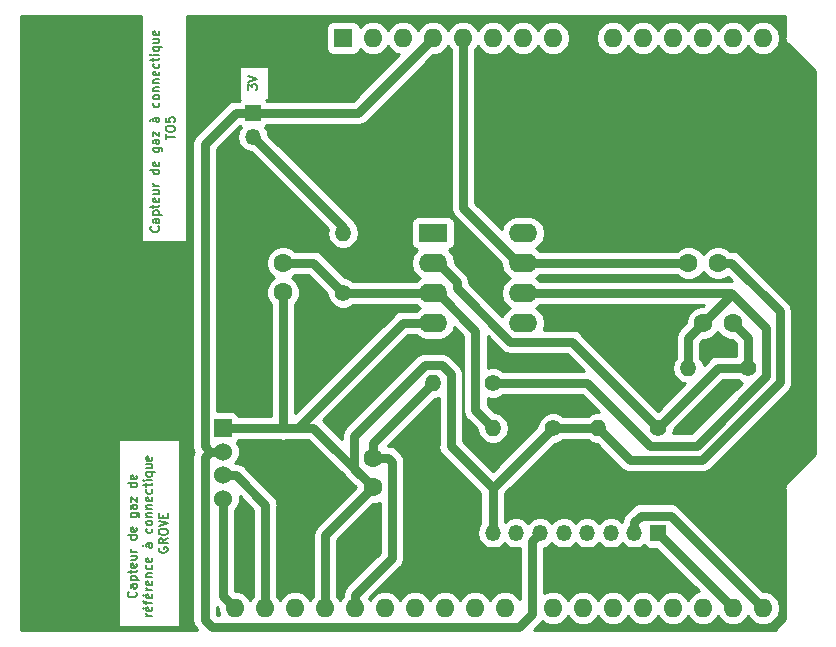
<source format=gbr>
G04 #@! TF.GenerationSoftware,KiCad,Pcbnew,(5.0.0)*
G04 #@! TF.CreationDate,2018-12-01T13:55:55+01:00*
G04 #@! TF.ProjectId,GazSensor-Rodier&Xu,47617A53656E736F722D526F64696572,1.0*
G04 #@! TF.SameCoordinates,Original*
G04 #@! TF.FileFunction,Copper,L1,Top,Signal*
G04 #@! TF.FilePolarity,Positive*
%FSLAX46Y46*%
G04 Gerber Fmt 4.6, Leading zero omitted, Abs format (unit mm)*
G04 Created by KiCad (PCBNEW (5.0.0)) date 12/01/18 13:55:55*
%MOMM*%
%LPD*%
G01*
G04 APERTURE LIST*
G04 #@! TA.AperFunction,NonConductor*
%ADD10C,0.187500*%
G04 #@! TD*
G04 #@! TA.AperFunction,ComponentPad*
%ADD11O,1.600000X1.600000*%
G04 #@! TD*
G04 #@! TA.AperFunction,ComponentPad*
%ADD12R,1.600000X1.600000*%
G04 #@! TD*
G04 #@! TA.AperFunction,ComponentPad*
%ADD13C,1.600000*%
G04 #@! TD*
G04 #@! TA.AperFunction,ComponentPad*
%ADD14O,2.400000X1.600000*%
G04 #@! TD*
G04 #@! TA.AperFunction,ComponentPad*
%ADD15R,2.400000X1.600000*%
G04 #@! TD*
G04 #@! TA.AperFunction,ComponentPad*
%ADD16C,1.400000*%
G04 #@! TD*
G04 #@! TA.AperFunction,ComponentPad*
%ADD17O,1.400000X1.400000*%
G04 #@! TD*
G04 #@! TA.AperFunction,ComponentPad*
%ADD18R,1.524000X1.524000*%
G04 #@! TD*
G04 #@! TA.AperFunction,ComponentPad*
%ADD19C,1.524000*%
G04 #@! TD*
G04 #@! TA.AperFunction,ComponentPad*
%ADD20R,1.350000X1.350000*%
G04 #@! TD*
G04 #@! TA.AperFunction,ComponentPad*
%ADD21O,1.350000X1.350000*%
G04 #@! TD*
G04 #@! TA.AperFunction,Conductor*
%ADD22C,0.800000*%
G04 #@! TD*
G04 #@! TA.AperFunction,NonConductor*
%ADD23C,0.254000*%
G04 #@! TD*
G04 APERTURE END LIST*
D10*
X122145357Y-124380000D02*
X122181071Y-124415714D01*
X122216785Y-124522857D01*
X122216785Y-124594285D01*
X122181071Y-124701428D01*
X122109642Y-124772857D01*
X122038214Y-124808571D01*
X121895357Y-124844285D01*
X121788214Y-124844285D01*
X121645357Y-124808571D01*
X121573928Y-124772857D01*
X121502500Y-124701428D01*
X121466785Y-124594285D01*
X121466785Y-124522857D01*
X121502500Y-124415714D01*
X121538214Y-124380000D01*
X122216785Y-123737142D02*
X121823928Y-123737142D01*
X121752500Y-123772857D01*
X121716785Y-123844285D01*
X121716785Y-123987142D01*
X121752500Y-124058571D01*
X122181071Y-123737142D02*
X122216785Y-123808571D01*
X122216785Y-123987142D01*
X122181071Y-124058571D01*
X122109642Y-124094285D01*
X122038214Y-124094285D01*
X121966785Y-124058571D01*
X121931071Y-123987142D01*
X121931071Y-123808571D01*
X121895357Y-123737142D01*
X121716785Y-123380000D02*
X122466785Y-123380000D01*
X121752500Y-123380000D02*
X121716785Y-123308571D01*
X121716785Y-123165714D01*
X121752500Y-123094285D01*
X121788214Y-123058571D01*
X121859642Y-123022857D01*
X122073928Y-123022857D01*
X122145357Y-123058571D01*
X122181071Y-123094285D01*
X122216785Y-123165714D01*
X122216785Y-123308571D01*
X122181071Y-123380000D01*
X121716785Y-122808571D02*
X121716785Y-122522857D01*
X121466785Y-122701428D02*
X122109642Y-122701428D01*
X122181071Y-122665714D01*
X122216785Y-122594285D01*
X122216785Y-122522857D01*
X122181071Y-121987142D02*
X122216785Y-122058571D01*
X122216785Y-122201428D01*
X122181071Y-122272857D01*
X122109642Y-122308571D01*
X121823928Y-122308571D01*
X121752500Y-122272857D01*
X121716785Y-122201428D01*
X121716785Y-122058571D01*
X121752500Y-121987142D01*
X121823928Y-121951428D01*
X121895357Y-121951428D01*
X121966785Y-122308571D01*
X121716785Y-121308571D02*
X122216785Y-121308571D01*
X121716785Y-121630000D02*
X122109642Y-121630000D01*
X122181071Y-121594285D01*
X122216785Y-121522857D01*
X122216785Y-121415714D01*
X122181071Y-121344285D01*
X122145357Y-121308571D01*
X122216785Y-120951428D02*
X121716785Y-120951428D01*
X121859642Y-120951428D02*
X121788214Y-120915714D01*
X121752500Y-120880000D01*
X121716785Y-120808571D01*
X121716785Y-120737142D01*
X122216785Y-119594285D02*
X121466785Y-119594285D01*
X122181071Y-119594285D02*
X122216785Y-119665714D01*
X122216785Y-119808571D01*
X122181071Y-119880000D01*
X122145357Y-119915714D01*
X122073928Y-119951428D01*
X121859642Y-119951428D01*
X121788214Y-119915714D01*
X121752500Y-119880000D01*
X121716785Y-119808571D01*
X121716785Y-119665714D01*
X121752500Y-119594285D01*
X122181071Y-118951428D02*
X122216785Y-119022857D01*
X122216785Y-119165714D01*
X122181071Y-119237142D01*
X122109642Y-119272857D01*
X121823928Y-119272857D01*
X121752500Y-119237142D01*
X121716785Y-119165714D01*
X121716785Y-119022857D01*
X121752500Y-118951428D01*
X121823928Y-118915714D01*
X121895357Y-118915714D01*
X121966785Y-119272857D01*
X121716785Y-117701428D02*
X122323928Y-117701428D01*
X122395357Y-117737142D01*
X122431071Y-117772857D01*
X122466785Y-117844285D01*
X122466785Y-117951428D01*
X122431071Y-118022857D01*
X122181071Y-117701428D02*
X122216785Y-117772857D01*
X122216785Y-117915714D01*
X122181071Y-117987142D01*
X122145357Y-118022857D01*
X122073928Y-118058571D01*
X121859642Y-118058571D01*
X121788214Y-118022857D01*
X121752500Y-117987142D01*
X121716785Y-117915714D01*
X121716785Y-117772857D01*
X121752500Y-117701428D01*
X122216785Y-117022857D02*
X121823928Y-117022857D01*
X121752500Y-117058571D01*
X121716785Y-117130000D01*
X121716785Y-117272857D01*
X121752500Y-117344285D01*
X122181071Y-117022857D02*
X122216785Y-117094285D01*
X122216785Y-117272857D01*
X122181071Y-117344285D01*
X122109642Y-117380000D01*
X122038214Y-117380000D01*
X121966785Y-117344285D01*
X121931071Y-117272857D01*
X121931071Y-117094285D01*
X121895357Y-117022857D01*
X121716785Y-116737142D02*
X121716785Y-116344285D01*
X122216785Y-116737142D01*
X122216785Y-116344285D01*
X122216785Y-115165714D02*
X121466785Y-115165714D01*
X122181071Y-115165714D02*
X122216785Y-115237142D01*
X122216785Y-115380000D01*
X122181071Y-115451428D01*
X122145357Y-115487142D01*
X122073928Y-115522857D01*
X121859642Y-115522857D01*
X121788214Y-115487142D01*
X121752500Y-115451428D01*
X121716785Y-115380000D01*
X121716785Y-115237142D01*
X121752500Y-115165714D01*
X122181071Y-114522857D02*
X122216785Y-114594285D01*
X122216785Y-114737142D01*
X122181071Y-114808571D01*
X122109642Y-114844285D01*
X121823928Y-114844285D01*
X121752500Y-114808571D01*
X121716785Y-114737142D01*
X121716785Y-114594285D01*
X121752500Y-114522857D01*
X121823928Y-114487142D01*
X121895357Y-114487142D01*
X121966785Y-114844285D01*
X123529285Y-126397857D02*
X123029285Y-126397857D01*
X123172142Y-126397857D02*
X123100714Y-126362142D01*
X123065000Y-126326428D01*
X123029285Y-126255000D01*
X123029285Y-126183571D01*
X123493571Y-125647857D02*
X123529285Y-125719285D01*
X123529285Y-125862142D01*
X123493571Y-125933571D01*
X123422142Y-125969285D01*
X123136428Y-125969285D01*
X123065000Y-125933571D01*
X123029285Y-125862142D01*
X123029285Y-125719285D01*
X123065000Y-125647857D01*
X123136428Y-125612142D01*
X123207857Y-125612142D01*
X123279285Y-125969285D01*
X122743571Y-125719285D02*
X122850714Y-125826428D01*
X123029285Y-125397857D02*
X123029285Y-125112142D01*
X123529285Y-125290714D02*
X122886428Y-125290714D01*
X122815000Y-125255000D01*
X122779285Y-125183571D01*
X122779285Y-125112142D01*
X123493571Y-124576428D02*
X123529285Y-124647857D01*
X123529285Y-124790714D01*
X123493571Y-124862142D01*
X123422142Y-124897857D01*
X123136428Y-124897857D01*
X123065000Y-124862142D01*
X123029285Y-124790714D01*
X123029285Y-124647857D01*
X123065000Y-124576428D01*
X123136428Y-124540714D01*
X123207857Y-124540714D01*
X123279285Y-124897857D01*
X122743571Y-124647857D02*
X122850714Y-124755000D01*
X123529285Y-124219285D02*
X123029285Y-124219285D01*
X123172142Y-124219285D02*
X123100714Y-124183571D01*
X123065000Y-124147857D01*
X123029285Y-124076428D01*
X123029285Y-124005000D01*
X123493571Y-123469285D02*
X123529285Y-123540714D01*
X123529285Y-123683571D01*
X123493571Y-123755000D01*
X123422142Y-123790714D01*
X123136428Y-123790714D01*
X123065000Y-123755000D01*
X123029285Y-123683571D01*
X123029285Y-123540714D01*
X123065000Y-123469285D01*
X123136428Y-123433571D01*
X123207857Y-123433571D01*
X123279285Y-123790714D01*
X123029285Y-123112142D02*
X123529285Y-123112142D01*
X123100714Y-123112142D02*
X123065000Y-123076428D01*
X123029285Y-123005000D01*
X123029285Y-122897857D01*
X123065000Y-122826428D01*
X123136428Y-122790714D01*
X123529285Y-122790714D01*
X123493571Y-122112142D02*
X123529285Y-122183571D01*
X123529285Y-122326428D01*
X123493571Y-122397857D01*
X123457857Y-122433571D01*
X123386428Y-122469285D01*
X123172142Y-122469285D01*
X123100714Y-122433571D01*
X123065000Y-122397857D01*
X123029285Y-122326428D01*
X123029285Y-122183571D01*
X123065000Y-122112142D01*
X123493571Y-121505000D02*
X123529285Y-121576428D01*
X123529285Y-121719285D01*
X123493571Y-121790714D01*
X123422142Y-121826428D01*
X123136428Y-121826428D01*
X123065000Y-121790714D01*
X123029285Y-121719285D01*
X123029285Y-121576428D01*
X123065000Y-121505000D01*
X123136428Y-121469285D01*
X123207857Y-121469285D01*
X123279285Y-121826428D01*
X123529285Y-120255000D02*
X123136428Y-120255000D01*
X123065000Y-120290714D01*
X123029285Y-120362142D01*
X123029285Y-120505000D01*
X123065000Y-120576428D01*
X123493571Y-120255000D02*
X123529285Y-120326428D01*
X123529285Y-120505000D01*
X123493571Y-120576428D01*
X123422142Y-120612142D01*
X123350714Y-120612142D01*
X123279285Y-120576428D01*
X123243571Y-120505000D01*
X123243571Y-120326428D01*
X123207857Y-120255000D01*
X122743571Y-120505000D02*
X122850714Y-120397857D01*
X123493571Y-119005000D02*
X123529285Y-119076428D01*
X123529285Y-119219285D01*
X123493571Y-119290714D01*
X123457857Y-119326428D01*
X123386428Y-119362142D01*
X123172142Y-119362142D01*
X123100714Y-119326428D01*
X123065000Y-119290714D01*
X123029285Y-119219285D01*
X123029285Y-119076428D01*
X123065000Y-119005000D01*
X123529285Y-118576428D02*
X123493571Y-118647857D01*
X123457857Y-118683571D01*
X123386428Y-118719285D01*
X123172142Y-118719285D01*
X123100714Y-118683571D01*
X123065000Y-118647857D01*
X123029285Y-118576428D01*
X123029285Y-118469285D01*
X123065000Y-118397857D01*
X123100714Y-118362142D01*
X123172142Y-118326428D01*
X123386428Y-118326428D01*
X123457857Y-118362142D01*
X123493571Y-118397857D01*
X123529285Y-118469285D01*
X123529285Y-118576428D01*
X123029285Y-118005000D02*
X123529285Y-118005000D01*
X123100714Y-118005000D02*
X123065000Y-117969285D01*
X123029285Y-117897857D01*
X123029285Y-117790714D01*
X123065000Y-117719285D01*
X123136428Y-117683571D01*
X123529285Y-117683571D01*
X123029285Y-117326428D02*
X123529285Y-117326428D01*
X123100714Y-117326428D02*
X123065000Y-117290714D01*
X123029285Y-117219285D01*
X123029285Y-117112142D01*
X123065000Y-117040714D01*
X123136428Y-117005000D01*
X123529285Y-117005000D01*
X123493571Y-116362142D02*
X123529285Y-116433571D01*
X123529285Y-116576428D01*
X123493571Y-116647857D01*
X123422142Y-116683571D01*
X123136428Y-116683571D01*
X123065000Y-116647857D01*
X123029285Y-116576428D01*
X123029285Y-116433571D01*
X123065000Y-116362142D01*
X123136428Y-116326428D01*
X123207857Y-116326428D01*
X123279285Y-116683571D01*
X123493571Y-115683571D02*
X123529285Y-115755000D01*
X123529285Y-115897857D01*
X123493571Y-115969285D01*
X123457857Y-116005000D01*
X123386428Y-116040714D01*
X123172142Y-116040714D01*
X123100714Y-116005000D01*
X123065000Y-115969285D01*
X123029285Y-115897857D01*
X123029285Y-115755000D01*
X123065000Y-115683571D01*
X123029285Y-115469285D02*
X123029285Y-115183571D01*
X122779285Y-115362142D02*
X123422142Y-115362142D01*
X123493571Y-115326428D01*
X123529285Y-115255000D01*
X123529285Y-115183571D01*
X123529285Y-114933571D02*
X123029285Y-114933571D01*
X122779285Y-114933571D02*
X122815000Y-114969285D01*
X122850714Y-114933571D01*
X122815000Y-114897857D01*
X122779285Y-114933571D01*
X122850714Y-114933571D01*
X123029285Y-114255000D02*
X123779285Y-114255000D01*
X123493571Y-114255000D02*
X123529285Y-114326428D01*
X123529285Y-114469285D01*
X123493571Y-114540714D01*
X123457857Y-114576428D01*
X123386428Y-114612142D01*
X123172142Y-114612142D01*
X123100714Y-114576428D01*
X123065000Y-114540714D01*
X123029285Y-114469285D01*
X123029285Y-114326428D01*
X123065000Y-114255000D01*
X123029285Y-113576428D02*
X123529285Y-113576428D01*
X123029285Y-113897857D02*
X123422142Y-113897857D01*
X123493571Y-113862142D01*
X123529285Y-113790714D01*
X123529285Y-113683571D01*
X123493571Y-113612142D01*
X123457857Y-113576428D01*
X123493571Y-112933571D02*
X123529285Y-113005000D01*
X123529285Y-113147857D01*
X123493571Y-113219285D01*
X123422142Y-113255000D01*
X123136428Y-113255000D01*
X123065000Y-113219285D01*
X123029285Y-113147857D01*
X123029285Y-113005000D01*
X123065000Y-112933571D01*
X123136428Y-112897857D01*
X123207857Y-112897857D01*
X123279285Y-113255000D01*
X124127500Y-120612142D02*
X124091785Y-120683571D01*
X124091785Y-120790714D01*
X124127500Y-120897857D01*
X124198928Y-120969285D01*
X124270357Y-121005000D01*
X124413214Y-121040714D01*
X124520357Y-121040714D01*
X124663214Y-121005000D01*
X124734642Y-120969285D01*
X124806071Y-120897857D01*
X124841785Y-120790714D01*
X124841785Y-120719285D01*
X124806071Y-120612142D01*
X124770357Y-120576428D01*
X124520357Y-120576428D01*
X124520357Y-120719285D01*
X124841785Y-119826428D02*
X124484642Y-120076428D01*
X124841785Y-120255000D02*
X124091785Y-120255000D01*
X124091785Y-119969285D01*
X124127500Y-119897857D01*
X124163214Y-119862142D01*
X124234642Y-119826428D01*
X124341785Y-119826428D01*
X124413214Y-119862142D01*
X124448928Y-119897857D01*
X124484642Y-119969285D01*
X124484642Y-120255000D01*
X124091785Y-119362142D02*
X124091785Y-119219285D01*
X124127500Y-119147857D01*
X124198928Y-119076428D01*
X124341785Y-119040714D01*
X124591785Y-119040714D01*
X124734642Y-119076428D01*
X124806071Y-119147857D01*
X124841785Y-119219285D01*
X124841785Y-119362142D01*
X124806071Y-119433571D01*
X124734642Y-119505000D01*
X124591785Y-119540714D01*
X124341785Y-119540714D01*
X124198928Y-119505000D01*
X124127500Y-119433571D01*
X124091785Y-119362142D01*
X124091785Y-118826428D02*
X124841785Y-118576428D01*
X124091785Y-118326428D01*
X124448928Y-118076428D02*
X124448928Y-117826428D01*
X124841785Y-117719285D02*
X124841785Y-118076428D01*
X124091785Y-118076428D01*
X124091785Y-117719285D01*
X131669285Y-81851428D02*
X131669285Y-81387142D01*
X131955000Y-81637142D01*
X131955000Y-81530000D01*
X131990714Y-81458571D01*
X132026428Y-81422857D01*
X132097857Y-81387142D01*
X132276428Y-81387142D01*
X132347857Y-81422857D01*
X132383571Y-81458571D01*
X132419285Y-81530000D01*
X132419285Y-81744285D01*
X132383571Y-81815714D01*
X132347857Y-81851428D01*
X131669285Y-81172857D02*
X132419285Y-80922857D01*
X131669285Y-80672857D01*
X124071607Y-93429285D02*
X124107321Y-93465000D01*
X124143035Y-93572142D01*
X124143035Y-93643571D01*
X124107321Y-93750714D01*
X124035892Y-93822142D01*
X123964464Y-93857857D01*
X123821607Y-93893571D01*
X123714464Y-93893571D01*
X123571607Y-93857857D01*
X123500178Y-93822142D01*
X123428750Y-93750714D01*
X123393035Y-93643571D01*
X123393035Y-93572142D01*
X123428750Y-93465000D01*
X123464464Y-93429285D01*
X124143035Y-92786428D02*
X123750178Y-92786428D01*
X123678750Y-92822142D01*
X123643035Y-92893571D01*
X123643035Y-93036428D01*
X123678750Y-93107857D01*
X124107321Y-92786428D02*
X124143035Y-92857857D01*
X124143035Y-93036428D01*
X124107321Y-93107857D01*
X124035892Y-93143571D01*
X123964464Y-93143571D01*
X123893035Y-93107857D01*
X123857321Y-93036428D01*
X123857321Y-92857857D01*
X123821607Y-92786428D01*
X123643035Y-92429285D02*
X124393035Y-92429285D01*
X123678750Y-92429285D02*
X123643035Y-92357857D01*
X123643035Y-92215000D01*
X123678750Y-92143571D01*
X123714464Y-92107857D01*
X123785892Y-92072142D01*
X124000178Y-92072142D01*
X124071607Y-92107857D01*
X124107321Y-92143571D01*
X124143035Y-92215000D01*
X124143035Y-92357857D01*
X124107321Y-92429285D01*
X123643035Y-91857857D02*
X123643035Y-91572142D01*
X123393035Y-91750714D02*
X124035892Y-91750714D01*
X124107321Y-91715000D01*
X124143035Y-91643571D01*
X124143035Y-91572142D01*
X124107321Y-91036428D02*
X124143035Y-91107857D01*
X124143035Y-91250714D01*
X124107321Y-91322142D01*
X124035892Y-91357857D01*
X123750178Y-91357857D01*
X123678750Y-91322142D01*
X123643035Y-91250714D01*
X123643035Y-91107857D01*
X123678750Y-91036428D01*
X123750178Y-91000714D01*
X123821607Y-91000714D01*
X123893035Y-91357857D01*
X123643035Y-90357857D02*
X124143035Y-90357857D01*
X123643035Y-90679285D02*
X124035892Y-90679285D01*
X124107321Y-90643571D01*
X124143035Y-90572142D01*
X124143035Y-90465000D01*
X124107321Y-90393571D01*
X124071607Y-90357857D01*
X124143035Y-90000714D02*
X123643035Y-90000714D01*
X123785892Y-90000714D02*
X123714464Y-89965000D01*
X123678750Y-89929285D01*
X123643035Y-89857857D01*
X123643035Y-89786428D01*
X124143035Y-88643571D02*
X123393035Y-88643571D01*
X124107321Y-88643571D02*
X124143035Y-88715000D01*
X124143035Y-88857857D01*
X124107321Y-88929285D01*
X124071607Y-88965000D01*
X124000178Y-89000714D01*
X123785892Y-89000714D01*
X123714464Y-88965000D01*
X123678750Y-88929285D01*
X123643035Y-88857857D01*
X123643035Y-88715000D01*
X123678750Y-88643571D01*
X124107321Y-88000714D02*
X124143035Y-88072142D01*
X124143035Y-88215000D01*
X124107321Y-88286428D01*
X124035892Y-88322142D01*
X123750178Y-88322142D01*
X123678750Y-88286428D01*
X123643035Y-88215000D01*
X123643035Y-88072142D01*
X123678750Y-88000714D01*
X123750178Y-87965000D01*
X123821607Y-87965000D01*
X123893035Y-88322142D01*
X123643035Y-86750714D02*
X124250178Y-86750714D01*
X124321607Y-86786428D01*
X124357321Y-86822142D01*
X124393035Y-86893571D01*
X124393035Y-87000714D01*
X124357321Y-87072142D01*
X124107321Y-86750714D02*
X124143035Y-86822142D01*
X124143035Y-86965000D01*
X124107321Y-87036428D01*
X124071607Y-87072142D01*
X124000178Y-87107857D01*
X123785892Y-87107857D01*
X123714464Y-87072142D01*
X123678750Y-87036428D01*
X123643035Y-86965000D01*
X123643035Y-86822142D01*
X123678750Y-86750714D01*
X124143035Y-86072142D02*
X123750178Y-86072142D01*
X123678750Y-86107857D01*
X123643035Y-86179285D01*
X123643035Y-86322142D01*
X123678750Y-86393571D01*
X124107321Y-86072142D02*
X124143035Y-86143571D01*
X124143035Y-86322142D01*
X124107321Y-86393571D01*
X124035892Y-86429285D01*
X123964464Y-86429285D01*
X123893035Y-86393571D01*
X123857321Y-86322142D01*
X123857321Y-86143571D01*
X123821607Y-86072142D01*
X123643035Y-85786428D02*
X123643035Y-85393571D01*
X124143035Y-85786428D01*
X124143035Y-85393571D01*
X124143035Y-84215000D02*
X123750178Y-84215000D01*
X123678750Y-84250714D01*
X123643035Y-84322142D01*
X123643035Y-84465000D01*
X123678750Y-84536428D01*
X124107321Y-84215000D02*
X124143035Y-84286428D01*
X124143035Y-84465000D01*
X124107321Y-84536428D01*
X124035892Y-84572142D01*
X123964464Y-84572142D01*
X123893035Y-84536428D01*
X123857321Y-84465000D01*
X123857321Y-84286428D01*
X123821607Y-84215000D01*
X123357321Y-84465000D02*
X123464464Y-84357857D01*
X124107321Y-82965000D02*
X124143035Y-83036428D01*
X124143035Y-83179285D01*
X124107321Y-83250714D01*
X124071607Y-83286428D01*
X124000178Y-83322142D01*
X123785892Y-83322142D01*
X123714464Y-83286428D01*
X123678750Y-83250714D01*
X123643035Y-83179285D01*
X123643035Y-83036428D01*
X123678750Y-82965000D01*
X124143035Y-82536428D02*
X124107321Y-82607857D01*
X124071607Y-82643571D01*
X124000178Y-82679285D01*
X123785892Y-82679285D01*
X123714464Y-82643571D01*
X123678750Y-82607857D01*
X123643035Y-82536428D01*
X123643035Y-82429285D01*
X123678750Y-82357857D01*
X123714464Y-82322142D01*
X123785892Y-82286428D01*
X124000178Y-82286428D01*
X124071607Y-82322142D01*
X124107321Y-82357857D01*
X124143035Y-82429285D01*
X124143035Y-82536428D01*
X123643035Y-81965000D02*
X124143035Y-81965000D01*
X123714464Y-81965000D02*
X123678750Y-81929285D01*
X123643035Y-81857857D01*
X123643035Y-81750714D01*
X123678750Y-81679285D01*
X123750178Y-81643571D01*
X124143035Y-81643571D01*
X123643035Y-81286428D02*
X124143035Y-81286428D01*
X123714464Y-81286428D02*
X123678750Y-81250714D01*
X123643035Y-81179285D01*
X123643035Y-81072142D01*
X123678750Y-81000714D01*
X123750178Y-80965000D01*
X124143035Y-80965000D01*
X124107321Y-80322142D02*
X124143035Y-80393571D01*
X124143035Y-80536428D01*
X124107321Y-80607857D01*
X124035892Y-80643571D01*
X123750178Y-80643571D01*
X123678750Y-80607857D01*
X123643035Y-80536428D01*
X123643035Y-80393571D01*
X123678750Y-80322142D01*
X123750178Y-80286428D01*
X123821607Y-80286428D01*
X123893035Y-80643571D01*
X124107321Y-79643571D02*
X124143035Y-79715000D01*
X124143035Y-79857857D01*
X124107321Y-79929285D01*
X124071607Y-79965000D01*
X124000178Y-80000714D01*
X123785892Y-80000714D01*
X123714464Y-79965000D01*
X123678750Y-79929285D01*
X123643035Y-79857857D01*
X123643035Y-79715000D01*
X123678750Y-79643571D01*
X123643035Y-79429285D02*
X123643035Y-79143571D01*
X123393035Y-79322142D02*
X124035892Y-79322142D01*
X124107321Y-79286428D01*
X124143035Y-79215000D01*
X124143035Y-79143571D01*
X124143035Y-78893571D02*
X123643035Y-78893571D01*
X123393035Y-78893571D02*
X123428750Y-78929285D01*
X123464464Y-78893571D01*
X123428750Y-78857857D01*
X123393035Y-78893571D01*
X123464464Y-78893571D01*
X123643035Y-78215000D02*
X124393035Y-78215000D01*
X124107321Y-78215000D02*
X124143035Y-78286428D01*
X124143035Y-78429285D01*
X124107321Y-78500714D01*
X124071607Y-78536428D01*
X124000178Y-78572142D01*
X123785892Y-78572142D01*
X123714464Y-78536428D01*
X123678750Y-78500714D01*
X123643035Y-78429285D01*
X123643035Y-78286428D01*
X123678750Y-78215000D01*
X123643035Y-77536428D02*
X124143035Y-77536428D01*
X123643035Y-77857857D02*
X124035892Y-77857857D01*
X124107321Y-77822142D01*
X124143035Y-77750714D01*
X124143035Y-77643571D01*
X124107321Y-77572142D01*
X124071607Y-77536428D01*
X124107321Y-76893571D02*
X124143035Y-76965000D01*
X124143035Y-77107857D01*
X124107321Y-77179285D01*
X124035892Y-77215000D01*
X123750178Y-77215000D01*
X123678750Y-77179285D01*
X123643035Y-77107857D01*
X123643035Y-76965000D01*
X123678750Y-76893571D01*
X123750178Y-76857857D01*
X123821607Y-76857857D01*
X123893035Y-77215000D01*
X124705535Y-86054285D02*
X124705535Y-85625714D01*
X125455535Y-85840000D02*
X124705535Y-85840000D01*
X124705535Y-85232857D02*
X124705535Y-85090000D01*
X124741250Y-85018571D01*
X124812678Y-84947142D01*
X124955535Y-84911428D01*
X125205535Y-84911428D01*
X125348392Y-84947142D01*
X125419821Y-85018571D01*
X125455535Y-85090000D01*
X125455535Y-85232857D01*
X125419821Y-85304285D01*
X125348392Y-85375714D01*
X125205535Y-85411428D01*
X124955535Y-85411428D01*
X124812678Y-85375714D01*
X124741250Y-85304285D01*
X124705535Y-85232857D01*
X124705535Y-84232857D02*
X124705535Y-84590000D01*
X125062678Y-84625714D01*
X125026964Y-84590000D01*
X124991250Y-84518571D01*
X124991250Y-84340000D01*
X125026964Y-84268571D01*
X125062678Y-84232857D01*
X125134107Y-84197142D01*
X125312678Y-84197142D01*
X125384107Y-84232857D01*
X125419821Y-84268571D01*
X125455535Y-84340000D01*
X125455535Y-84518571D01*
X125419821Y-84590000D01*
X125384107Y-84625714D01*
D11*
G04 #@! TO.P,A1,32*
G04 #@! TO.N,arduinoSCL*
X130560000Y-125730000D03*
G04 #@! TO.P,A1,31*
G04 #@! TO.N,arduinoSDA*
X133100000Y-125730000D03*
D12*
G04 #@! TO.P,A1,1*
G04 #@! TO.N,N/C*
X139700000Y-77470000D03*
D11*
G04 #@! TO.P,A1,17*
X170180000Y-125730000D03*
G04 #@! TO.P,A1,2*
X142240000Y-77470000D03*
G04 #@! TO.P,A1,18*
X167640000Y-125730000D03*
G04 #@! TO.P,A1,3*
X144780000Y-77470000D03*
G04 #@! TO.P,A1,19*
X165100000Y-125730000D03*
G04 #@! TO.P,A1,4*
G04 #@! TO.N,arduino3v*
X147320000Y-77470000D03*
G04 #@! TO.P,A1,20*
G04 #@! TO.N,N/C*
X162560000Y-125730000D03*
G04 #@! TO.P,A1,5*
G04 #@! TO.N,arduino5v*
X149860000Y-77470000D03*
G04 #@! TO.P,A1,21*
G04 #@! TO.N,N/C*
X160020000Y-125730000D03*
G04 #@! TO.P,A1,6*
X152400000Y-77470000D03*
G04 #@! TO.P,A1,22*
X157480000Y-125730000D03*
G04 #@! TO.P,A1,7*
X154940000Y-77470000D03*
G04 #@! TO.P,A1,23*
X153420000Y-125730000D03*
G04 #@! TO.P,A1,8*
X157480000Y-77470000D03*
G04 #@! TO.P,A1,24*
X150880000Y-125730000D03*
G04 #@! TO.P,A1,9*
X162560000Y-77470000D03*
G04 #@! TO.P,A1,25*
X148340000Y-125730000D03*
G04 #@! TO.P,A1,10*
X165100000Y-77470000D03*
G04 #@! TO.P,A1,26*
X145800000Y-125730000D03*
G04 #@! TO.P,A1,11*
X167640000Y-77470000D03*
G04 #@! TO.P,A1,27*
X143260000Y-125730000D03*
G04 #@! TO.P,A1,12*
X170180000Y-77470000D03*
G04 #@! TO.P,A1,28*
G04 #@! TO.N,arduino*
X140720000Y-125730000D03*
G04 #@! TO.P,A1,13*
G04 #@! TO.N,N/C*
X172720000Y-77470000D03*
G04 #@! TO.P,A1,29*
G04 #@! TO.N,arduinognd*
X138180000Y-125730000D03*
G04 #@! TO.P,A1,14*
G04 #@! TO.N,N/C*
X175260000Y-77470000D03*
G04 #@! TO.P,A1,30*
X135640000Y-125730000D03*
G04 #@! TO.P,A1,15*
G04 #@! TO.N,arduinoRx*
X175260000Y-125730000D03*
G04 #@! TO.P,A1,16*
G04 #@! TO.N,arduinoTx*
X172720000Y-125730000D03*
G04 #@! TD*
D13*
G04 #@! TO.P,C4,1*
G04 #@! TO.N,Net-(AOP1-Pad6)*
X170180000Y-101600000D03*
G04 #@! TO.P,C4,2*
G04 #@! TO.N,Net-(AOP1-Pad2)*
X172680000Y-101600000D03*
G04 #@! TD*
D14*
G04 #@! TO.P,AOP1,8*
G04 #@! TO.N,N/C*
X154940000Y-93980000D03*
G04 #@! TO.P,AOP1,4*
G04 #@! TO.N,arduinognd*
X147320000Y-101600000D03*
G04 #@! TO.P,AOP1,7*
G04 #@! TO.N,arduino5v*
X154940000Y-96520000D03*
G04 #@! TO.P,AOP1,3*
G04 #@! TO.N,Net-(AOP1-Pad3)*
X147320000Y-99060000D03*
G04 #@! TO.P,AOP1,6*
G04 #@! TO.N,Net-(AOP1-Pad6)*
X154940000Y-99060000D03*
G04 #@! TO.P,AOP1,2*
G04 #@! TO.N,Net-(AOP1-Pad2)*
X147320000Y-96520000D03*
G04 #@! TO.P,AOP1,5*
G04 #@! TO.N,N/C*
X154940000Y-101600000D03*
D15*
G04 #@! TO.P,AOP1,1*
X147320000Y-93980000D03*
G04 #@! TD*
D13*
G04 #@! TO.P,C1,1*
G04 #@! TO.N,Net-(AOP1-Pad3)*
X134620000Y-96520000D03*
G04 #@! TO.P,C1,2*
G04 #@! TO.N,arduinognd*
X134620000Y-99020000D03*
G04 #@! TD*
G04 #@! TO.P,C2,2*
G04 #@! TO.N,arduinognd*
X142240000Y-115530000D03*
G04 #@! TO.P,C2,1*
G04 #@! TO.N,arduino*
X142240000Y-113030000D03*
G04 #@! TD*
G04 #@! TO.P,C3,1*
G04 #@! TO.N,arduinognd*
X171450000Y-96520000D03*
G04 #@! TO.P,C3,2*
G04 #@! TO.N,arduino5v*
X168950000Y-96520000D03*
G04 #@! TD*
D16*
G04 #@! TO.P,R1,1*
G04 #@! TO.N,arduinognd*
X157480000Y-110490000D03*
D17*
G04 #@! TO.P,R1,2*
G04 #@! TO.N,Net-(AOP1-Pad3)*
X152400000Y-110490000D03*
G04 #@! TD*
G04 #@! TO.P,R3,2*
G04 #@! TO.N,Net-(AOP1-Pad6)*
X168910000Y-105410000D03*
D16*
G04 #@! TO.P,R3,1*
G04 #@! TO.N,Net-(AOP1-Pad2)*
X173990000Y-105410000D03*
G04 #@! TD*
G04 #@! TO.P,R5,1*
G04 #@! TO.N,Net-(AOP1-Pad3)*
X139700000Y-99060000D03*
D17*
G04 #@! TO.P,R5,2*
G04 #@! TO.N,Net-(J2-Pad2)*
X139700000Y-93980000D03*
G04 #@! TD*
D16*
G04 #@! TO.P,R6,1*
G04 #@! TO.N,Net-(AOP1-Pad6)*
X152400000Y-106680000D03*
D17*
G04 #@! TO.P,R6,2*
G04 #@! TO.N,arduino*
X147320000Y-106680000D03*
G04 #@! TD*
D16*
G04 #@! TO.P,Rcal1,1*
G04 #@! TO.N,Net-(AOP1-Pad2)*
X166370000Y-110490000D03*
D17*
G04 #@! TO.P,Rcal1,2*
G04 #@! TO.N,arduinognd*
X161290000Y-110490000D03*
G04 #@! TD*
D18*
G04 #@! TO.P,cGrove1,1*
G04 #@! TO.N,arduinognd*
X129540000Y-110490000D03*
D19*
G04 #@! TO.P,cGrove1,2*
G04 #@! TO.N,arduino3v*
X129540000Y-112490000D03*
G04 #@! TO.P,cGrove1,3*
G04 #@! TO.N,arduinoSDA*
X129540000Y-114490000D03*
G04 #@! TO.P,cGrove1,4*
G04 #@! TO.N,arduinoSCL*
X129540000Y-116490000D03*
G04 #@! TD*
D20*
G04 #@! TO.P,J1,1*
G04 #@! TO.N,arduinoTx*
X166370000Y-119380000D03*
D21*
G04 #@! TO.P,J1,2*
G04 #@! TO.N,arduinoRx*
X164370000Y-119380000D03*
G04 #@! TO.P,J1,3*
G04 #@! TO.N,N/C*
X162370000Y-119380000D03*
G04 #@! TO.P,J1,4*
X160370000Y-119380000D03*
G04 #@! TO.P,J1,5*
X158370000Y-119380000D03*
G04 #@! TO.P,J1,6*
G04 #@! TO.N,arduino3v*
X156370000Y-119380000D03*
G04 #@! TO.P,J1,7*
G04 #@! TO.N,N/C*
X154370000Y-119380000D03*
G04 #@! TO.P,J1,8*
G04 #@! TO.N,arduinognd*
X152370000Y-119380000D03*
G04 #@! TD*
D20*
G04 #@! TO.P,J2,1*
G04 #@! TO.N,arduino3v*
X132080000Y-83820000D03*
D21*
G04 #@! TO.P,J2,2*
G04 #@! TO.N,Net-(J2-Pad2)*
X132080000Y-85820000D03*
G04 #@! TD*
D22*
G04 #@! TO.N,arduino3v*
X127977999Y-112974371D02*
X127977999Y-126707999D01*
X128462370Y-112490000D02*
X127977999Y-112974371D01*
X128600001Y-127330001D02*
X154609999Y-127330001D01*
X127977999Y-126707999D02*
X128600001Y-127330001D01*
X155695001Y-120054999D02*
X156370000Y-119380000D01*
X155695001Y-126244999D02*
X155695001Y-120054999D01*
X154609999Y-127330001D02*
X155695001Y-126244999D01*
X140970000Y-83820000D02*
X147320000Y-77470000D01*
X132080000Y-83820000D02*
X140970000Y-83820000D01*
X128462370Y-112490000D02*
X129540000Y-112490000D01*
X127977999Y-112005629D02*
X128462370Y-112490000D01*
X127977999Y-86447001D02*
X127977999Y-112005629D01*
X130605000Y-83820000D02*
X127977999Y-86447001D01*
X132080000Y-83820000D02*
X130605000Y-83820000D01*
G04 #@! TO.N,arduino5v*
X154940000Y-96520000D02*
X155340000Y-96520000D01*
X168950000Y-96520000D02*
X154940000Y-96520000D01*
X149860000Y-78601370D02*
X149860000Y-77470000D01*
X149860000Y-91840000D02*
X149860000Y-78601370D01*
X154540000Y-96520000D02*
X149860000Y-91840000D01*
X154940000Y-96520000D02*
X154540000Y-96520000D01*
G04 #@! TO.N,arduino*
X140970000Y-125480000D02*
X140720000Y-125730000D01*
X142240000Y-111760000D02*
X147320000Y-106680000D01*
X142240000Y-113030000D02*
X142240000Y-111760000D01*
X143840001Y-121478629D02*
X143840001Y-113360001D01*
X140720000Y-124598630D02*
X143840001Y-121478629D01*
X140720000Y-125730000D02*
X140720000Y-124598630D01*
X143510000Y-113030000D02*
X142240000Y-113030000D01*
X143840001Y-113360001D02*
X143510000Y-113030000D01*
G04 #@! TO.N,arduinognd*
X157480000Y-110490000D02*
X161290000Y-110490000D01*
X152330000Y-119340000D02*
X152370000Y-119380000D01*
X134620000Y-110450000D02*
X134620000Y-99020000D01*
X134660000Y-110490000D02*
X134620000Y-110450000D01*
X138470000Y-125440000D02*
X138180000Y-125730000D01*
X134660000Y-110530000D02*
X134620000Y-110490000D01*
X134660000Y-110490000D02*
X134620000Y-110490000D01*
X134620000Y-110490000D02*
X129540000Y-110490000D01*
X152370000Y-115600000D02*
X157480000Y-110490000D01*
X152370000Y-119380000D02*
X152370000Y-115600000D01*
X134620000Y-110490000D02*
X135890000Y-110490000D01*
X135890000Y-110490000D02*
X144780000Y-101600000D01*
X137200000Y-110490000D02*
X142240000Y-115530000D01*
X135890000Y-110490000D02*
X137200000Y-110490000D01*
X138180000Y-119590000D02*
X142240000Y-115530000D01*
X138180000Y-125730000D02*
X138180000Y-119590000D01*
X148820001Y-112050001D02*
X152370000Y-115600000D01*
X148040001Y-105179999D02*
X148820001Y-105959999D01*
X148820001Y-105959999D02*
X148820001Y-112050001D01*
X146599999Y-105179999D02*
X148040001Y-105179999D01*
X140639999Y-111139999D02*
X146599999Y-105179999D01*
X140639999Y-113929999D02*
X140639999Y-111139999D01*
X142240000Y-115530000D02*
X140639999Y-113929999D01*
X144780000Y-101600000D02*
X147320000Y-101600000D01*
X176690012Y-106627061D02*
X176690012Y-100628642D01*
X176690012Y-100628642D02*
X172581370Y-96520000D01*
X170127061Y-113190012D02*
X176690012Y-106627061D01*
X163990012Y-113190012D02*
X170127061Y-113190012D01*
X161290000Y-110490000D02*
X163990012Y-113190012D01*
X172581370Y-96520000D02*
X171450000Y-96520000D01*
G04 #@! TO.N,Net-(AOP1-Pad2)*
X147720000Y-96520000D02*
X147320000Y-96520000D01*
X149320010Y-98120010D02*
X147720000Y-96520000D01*
X149320010Y-98642765D02*
X149320010Y-98120010D01*
X153877255Y-103200010D02*
X149320010Y-98642765D01*
X159080010Y-103200010D02*
X153877255Y-103200010D01*
X166370000Y-110490000D02*
X159080010Y-103200010D01*
X166370000Y-110490000D02*
X171450000Y-105410000D01*
X171450000Y-105410000D02*
X173000051Y-105410000D01*
X173000051Y-105410000D02*
X173990000Y-105410000D01*
X173990000Y-102910000D02*
X172680000Y-101600000D01*
X173990000Y-105410000D02*
X173990000Y-102910000D01*
G04 #@! TO.N,Net-(AOP1-Pad6)*
X154540000Y-99060000D02*
X154940000Y-99060000D01*
X156940000Y-99060000D02*
X154940000Y-99060000D01*
X172508002Y-99060000D02*
X156940000Y-99060000D01*
X160339998Y-106680000D02*
X165649999Y-111990001D01*
X152400000Y-106680000D02*
X160339998Y-106680000D01*
X165649999Y-111990001D02*
X169630001Y-111990001D01*
X169630001Y-111990001D02*
X175490001Y-106130001D01*
X175490001Y-106130001D02*
X175490001Y-102041999D01*
X175490001Y-102041999D02*
X172508002Y-99060000D01*
X168910000Y-102870000D02*
X170180000Y-101600000D01*
X168910000Y-105410000D02*
X168910000Y-102870000D01*
X172508002Y-99271998D02*
X172508002Y-99060000D01*
X170180000Y-101600000D02*
X172508002Y-99271998D01*
G04 #@! TO.N,Net-(AOP1-Pad3)*
X137160000Y-96520000D02*
X139700000Y-99060000D01*
X134620000Y-96520000D02*
X137160000Y-96520000D01*
X139700000Y-99060000D02*
X144780000Y-99060000D01*
X144780000Y-99060000D02*
X147320000Y-99060000D01*
X147720000Y-99060000D02*
X147320000Y-99060000D01*
X150899999Y-102239999D02*
X147720000Y-99060000D01*
X150899999Y-108989999D02*
X150899999Y-102239999D01*
X152400000Y-110490000D02*
X150899999Y-108989999D01*
G04 #@! TO.N,arduinoSCL*
X129540000Y-124710000D02*
X130560000Y-125730000D01*
X129540000Y-116490000D02*
X129540000Y-124710000D01*
G04 #@! TO.N,arduinoSDA*
X133100000Y-124598630D02*
X133100000Y-125730000D01*
X133100000Y-116972370D02*
X133100000Y-124598630D01*
X130617630Y-114490000D02*
X133100000Y-116972370D01*
X129540000Y-114490000D02*
X130617630Y-114490000D01*
G04 #@! TO.N,arduinoRx*
X174460001Y-124930001D02*
X175260000Y-125730000D01*
X167434999Y-117904999D02*
X174460001Y-124930001D01*
X164890407Y-117904999D02*
X167434999Y-117904999D01*
X164370000Y-118425406D02*
X164890407Y-117904999D01*
X164370000Y-119380000D02*
X164370000Y-118425406D01*
G04 #@! TO.N,arduinoTx*
X172720000Y-125730000D02*
X166370000Y-119380000D01*
G04 #@! TO.N,Net-(J2-Pad2)*
X139700000Y-93440000D02*
X139700000Y-93980000D01*
X132080000Y-85820000D02*
X139700000Y-93440000D01*
G04 #@! TD*
D23*
G36*
X122581875Y-94765178D02*
X126476875Y-94765178D01*
X126476875Y-75640000D01*
X177090000Y-75640000D01*
X177090001Y-77400071D01*
X177076091Y-77470000D01*
X177107206Y-77626422D01*
X177131196Y-77747028D01*
X177288120Y-77981881D01*
X177347402Y-78021492D01*
X179630000Y-80304091D01*
X179630001Y-112735908D01*
X177347402Y-115018508D01*
X177288119Y-115058120D01*
X177131195Y-115292973D01*
X177102999Y-115434724D01*
X177076091Y-115570000D01*
X177090000Y-115639924D01*
X177090001Y-126705908D01*
X176235910Y-127560000D01*
X155843710Y-127560000D01*
X156354777Y-127048934D01*
X156441194Y-126991192D01*
X156547182Y-126832570D01*
X156920091Y-127081740D01*
X157338667Y-127165000D01*
X157621333Y-127165000D01*
X158039909Y-127081740D01*
X158514577Y-126764577D01*
X158750000Y-126412242D01*
X158985423Y-126764577D01*
X159460091Y-127081740D01*
X159878667Y-127165000D01*
X160161333Y-127165000D01*
X160579909Y-127081740D01*
X161054577Y-126764577D01*
X161290000Y-126412242D01*
X161525423Y-126764577D01*
X162000091Y-127081740D01*
X162418667Y-127165000D01*
X162701333Y-127165000D01*
X163119909Y-127081740D01*
X163594577Y-126764577D01*
X163830000Y-126412242D01*
X164065423Y-126764577D01*
X164540091Y-127081740D01*
X164958667Y-127165000D01*
X165241333Y-127165000D01*
X165659909Y-127081740D01*
X166134577Y-126764577D01*
X166370000Y-126412242D01*
X166605423Y-126764577D01*
X167080091Y-127081740D01*
X167498667Y-127165000D01*
X167781333Y-127165000D01*
X168199909Y-127081740D01*
X168674577Y-126764577D01*
X168910000Y-126412242D01*
X169145423Y-126764577D01*
X169620091Y-127081740D01*
X170038667Y-127165000D01*
X170321333Y-127165000D01*
X170739909Y-127081740D01*
X171214577Y-126764577D01*
X171450000Y-126412242D01*
X171685423Y-126764577D01*
X172160091Y-127081740D01*
X172578667Y-127165000D01*
X172861333Y-127165000D01*
X173279909Y-127081740D01*
X173754577Y-126764577D01*
X173990000Y-126412242D01*
X174225423Y-126764577D01*
X174700091Y-127081740D01*
X175118667Y-127165000D01*
X175401333Y-127165000D01*
X175819909Y-127081740D01*
X176294577Y-126764577D01*
X176611740Y-126289909D01*
X176723113Y-125730000D01*
X176611740Y-125170091D01*
X176294577Y-124695423D01*
X175819909Y-124378260D01*
X175401333Y-124295000D01*
X175288710Y-124295000D01*
X175263937Y-124270227D01*
X175263935Y-124270224D01*
X168238936Y-117245226D01*
X168181192Y-117158806D01*
X167838836Y-116930051D01*
X167536934Y-116869999D01*
X167536933Y-116869999D01*
X167434999Y-116849723D01*
X167333065Y-116869999D01*
X164992341Y-116869999D01*
X164890407Y-116849723D01*
X164788472Y-116869999D01*
X164486570Y-116930051D01*
X164144214Y-117158806D01*
X164086470Y-117245226D01*
X163710225Y-117621471D01*
X163623808Y-117679213D01*
X163566066Y-117765630D01*
X163395052Y-118021570D01*
X163314724Y-118425406D01*
X163317708Y-118440409D01*
X163314457Y-118435543D01*
X162881136Y-118146007D01*
X162499022Y-118070000D01*
X162240978Y-118070000D01*
X161858864Y-118146007D01*
X161425543Y-118435543D01*
X161370000Y-118518669D01*
X161314457Y-118435543D01*
X160881136Y-118146007D01*
X160499022Y-118070000D01*
X160240978Y-118070000D01*
X159858864Y-118146007D01*
X159425543Y-118435543D01*
X159370000Y-118518669D01*
X159314457Y-118435543D01*
X158881136Y-118146007D01*
X158499022Y-118070000D01*
X158240978Y-118070000D01*
X157858864Y-118146007D01*
X157425543Y-118435543D01*
X157370000Y-118518669D01*
X157314457Y-118435543D01*
X156881136Y-118146007D01*
X156499022Y-118070000D01*
X156240978Y-118070000D01*
X155858864Y-118146007D01*
X155425543Y-118435543D01*
X155370000Y-118518669D01*
X155314457Y-118435543D01*
X154881136Y-118146007D01*
X154499022Y-118070000D01*
X154240978Y-118070000D01*
X153858864Y-118146007D01*
X153425543Y-118435543D01*
X153405000Y-118466288D01*
X153405000Y-116028710D01*
X157608711Y-111825000D01*
X157745548Y-111825000D01*
X158236217Y-111621758D01*
X158332975Y-111525000D01*
X160436051Y-111525000D01*
X160769109Y-111747542D01*
X161158515Y-111825000D01*
X161161290Y-111825000D01*
X163186077Y-113849788D01*
X163243819Y-113936205D01*
X163586175Y-114164960D01*
X163823260Y-114212119D01*
X163990012Y-114245288D01*
X164091946Y-114225012D01*
X170025127Y-114225012D01*
X170127061Y-114245288D01*
X170228995Y-114225012D01*
X170228996Y-114225012D01*
X170530898Y-114164960D01*
X170873254Y-113936205D01*
X170930998Y-113849785D01*
X177349788Y-107430996D01*
X177436205Y-107373254D01*
X177664960Y-107030898D01*
X177725012Y-106728996D01*
X177725012Y-106728995D01*
X177745288Y-106627062D01*
X177725012Y-106525127D01*
X177725012Y-100730576D01*
X177745288Y-100628641D01*
X177664960Y-100224805D01*
X177642879Y-100191758D01*
X177436205Y-99882449D01*
X177349788Y-99824707D01*
X173385307Y-95860227D01*
X173327563Y-95773807D01*
X172985207Y-95545052D01*
X172683305Y-95485000D01*
X172683304Y-95485000D01*
X172581370Y-95464724D01*
X172479436Y-95485000D01*
X172444396Y-95485000D01*
X172262862Y-95303466D01*
X171735439Y-95085000D01*
X171164561Y-95085000D01*
X170637138Y-95303466D01*
X170233466Y-95707138D01*
X170200000Y-95787932D01*
X170166534Y-95707138D01*
X169762862Y-95303466D01*
X169235439Y-95085000D01*
X168664561Y-95085000D01*
X168137138Y-95303466D01*
X167955604Y-95485000D01*
X156373944Y-95485000D01*
X156022242Y-95250000D01*
X156374577Y-95014577D01*
X156691740Y-94539909D01*
X156803113Y-93980000D01*
X156691740Y-93420091D01*
X156374577Y-92945423D01*
X155899909Y-92628260D01*
X155481333Y-92545000D01*
X154398667Y-92545000D01*
X153980091Y-92628260D01*
X153505423Y-92945423D01*
X153188260Y-93420091D01*
X153141065Y-93657355D01*
X150895000Y-91411290D01*
X150895000Y-78503944D01*
X151130000Y-78152242D01*
X151365423Y-78504577D01*
X151840091Y-78821740D01*
X152258667Y-78905000D01*
X152541333Y-78905000D01*
X152959909Y-78821740D01*
X153434577Y-78504577D01*
X153670000Y-78152242D01*
X153905423Y-78504577D01*
X154380091Y-78821740D01*
X154798667Y-78905000D01*
X155081333Y-78905000D01*
X155499909Y-78821740D01*
X155974577Y-78504577D01*
X156210000Y-78152242D01*
X156445423Y-78504577D01*
X156920091Y-78821740D01*
X157338667Y-78905000D01*
X157621333Y-78905000D01*
X158039909Y-78821740D01*
X158514577Y-78504577D01*
X158831740Y-78029909D01*
X158943113Y-77470000D01*
X161096887Y-77470000D01*
X161208260Y-78029909D01*
X161525423Y-78504577D01*
X162000091Y-78821740D01*
X162418667Y-78905000D01*
X162701333Y-78905000D01*
X163119909Y-78821740D01*
X163594577Y-78504577D01*
X163830000Y-78152242D01*
X164065423Y-78504577D01*
X164540091Y-78821740D01*
X164958667Y-78905000D01*
X165241333Y-78905000D01*
X165659909Y-78821740D01*
X166134577Y-78504577D01*
X166370000Y-78152242D01*
X166605423Y-78504577D01*
X167080091Y-78821740D01*
X167498667Y-78905000D01*
X167781333Y-78905000D01*
X168199909Y-78821740D01*
X168674577Y-78504577D01*
X168910000Y-78152242D01*
X169145423Y-78504577D01*
X169620091Y-78821740D01*
X170038667Y-78905000D01*
X170321333Y-78905000D01*
X170739909Y-78821740D01*
X171214577Y-78504577D01*
X171450000Y-78152242D01*
X171685423Y-78504577D01*
X172160091Y-78821740D01*
X172578667Y-78905000D01*
X172861333Y-78905000D01*
X173279909Y-78821740D01*
X173754577Y-78504577D01*
X173990000Y-78152242D01*
X174225423Y-78504577D01*
X174700091Y-78821740D01*
X175118667Y-78905000D01*
X175401333Y-78905000D01*
X175819909Y-78821740D01*
X176294577Y-78504577D01*
X176611740Y-78029909D01*
X176723113Y-77470000D01*
X176611740Y-76910091D01*
X176294577Y-76435423D01*
X175819909Y-76118260D01*
X175401333Y-76035000D01*
X175118667Y-76035000D01*
X174700091Y-76118260D01*
X174225423Y-76435423D01*
X173990000Y-76787758D01*
X173754577Y-76435423D01*
X173279909Y-76118260D01*
X172861333Y-76035000D01*
X172578667Y-76035000D01*
X172160091Y-76118260D01*
X171685423Y-76435423D01*
X171450000Y-76787758D01*
X171214577Y-76435423D01*
X170739909Y-76118260D01*
X170321333Y-76035000D01*
X170038667Y-76035000D01*
X169620091Y-76118260D01*
X169145423Y-76435423D01*
X168910000Y-76787758D01*
X168674577Y-76435423D01*
X168199909Y-76118260D01*
X167781333Y-76035000D01*
X167498667Y-76035000D01*
X167080091Y-76118260D01*
X166605423Y-76435423D01*
X166370000Y-76787758D01*
X166134577Y-76435423D01*
X165659909Y-76118260D01*
X165241333Y-76035000D01*
X164958667Y-76035000D01*
X164540091Y-76118260D01*
X164065423Y-76435423D01*
X163830000Y-76787758D01*
X163594577Y-76435423D01*
X163119909Y-76118260D01*
X162701333Y-76035000D01*
X162418667Y-76035000D01*
X162000091Y-76118260D01*
X161525423Y-76435423D01*
X161208260Y-76910091D01*
X161096887Y-77470000D01*
X158943113Y-77470000D01*
X158831740Y-76910091D01*
X158514577Y-76435423D01*
X158039909Y-76118260D01*
X157621333Y-76035000D01*
X157338667Y-76035000D01*
X156920091Y-76118260D01*
X156445423Y-76435423D01*
X156210000Y-76787758D01*
X155974577Y-76435423D01*
X155499909Y-76118260D01*
X155081333Y-76035000D01*
X154798667Y-76035000D01*
X154380091Y-76118260D01*
X153905423Y-76435423D01*
X153670000Y-76787758D01*
X153434577Y-76435423D01*
X152959909Y-76118260D01*
X152541333Y-76035000D01*
X152258667Y-76035000D01*
X151840091Y-76118260D01*
X151365423Y-76435423D01*
X151130000Y-76787758D01*
X150894577Y-76435423D01*
X150419909Y-76118260D01*
X150001333Y-76035000D01*
X149718667Y-76035000D01*
X149300091Y-76118260D01*
X148825423Y-76435423D01*
X148590000Y-76787758D01*
X148354577Y-76435423D01*
X147879909Y-76118260D01*
X147461333Y-76035000D01*
X147178667Y-76035000D01*
X146760091Y-76118260D01*
X146285423Y-76435423D01*
X146050000Y-76787758D01*
X145814577Y-76435423D01*
X145339909Y-76118260D01*
X144921333Y-76035000D01*
X144638667Y-76035000D01*
X144220091Y-76118260D01*
X143745423Y-76435423D01*
X143510000Y-76787758D01*
X143274577Y-76435423D01*
X142799909Y-76118260D01*
X142381333Y-76035000D01*
X142098667Y-76035000D01*
X141680091Y-76118260D01*
X141205423Y-76435423D01*
X141134265Y-76541918D01*
X141110597Y-76484778D01*
X141098157Y-76422235D01*
X141062729Y-76369214D01*
X141038327Y-76310302D01*
X140993236Y-76265211D01*
X140957809Y-76212191D01*
X140904791Y-76176765D01*
X140859699Y-76131673D01*
X140800785Y-76107270D01*
X140747765Y-76071843D01*
X140685224Y-76059403D01*
X140626310Y-76035000D01*
X140562541Y-76035000D01*
X140500000Y-76022560D01*
X138900000Y-76022560D01*
X138837459Y-76035000D01*
X138773690Y-76035000D01*
X138714776Y-76059403D01*
X138652235Y-76071843D01*
X138599215Y-76107270D01*
X138540301Y-76131673D01*
X138495209Y-76176765D01*
X138442191Y-76212191D01*
X138406764Y-76265211D01*
X138361673Y-76310302D01*
X138337271Y-76369214D01*
X138301843Y-76422235D01*
X138289403Y-76484778D01*
X138265000Y-76543691D01*
X138265000Y-76607459D01*
X138252560Y-76670000D01*
X138252560Y-78270000D01*
X138265000Y-78332541D01*
X138265000Y-78396309D01*
X138289403Y-78455222D01*
X138301843Y-78517765D01*
X138337271Y-78570786D01*
X138361673Y-78629698D01*
X138406764Y-78674789D01*
X138442191Y-78727809D01*
X138495209Y-78763235D01*
X138540301Y-78808327D01*
X138599215Y-78832730D01*
X138652235Y-78868157D01*
X138714776Y-78880597D01*
X138773690Y-78905000D01*
X138837459Y-78905000D01*
X138900000Y-78917440D01*
X140500000Y-78917440D01*
X140562541Y-78905000D01*
X140626310Y-78905000D01*
X140685224Y-78880597D01*
X140747765Y-78868157D01*
X140800785Y-78832730D01*
X140859699Y-78808327D01*
X140904791Y-78763235D01*
X140957809Y-78727809D01*
X140993236Y-78674789D01*
X141038327Y-78629698D01*
X141062729Y-78570786D01*
X141098157Y-78517765D01*
X141110597Y-78455222D01*
X141134265Y-78398082D01*
X141205423Y-78504577D01*
X141680091Y-78821740D01*
X142098667Y-78905000D01*
X142381333Y-78905000D01*
X142799909Y-78821740D01*
X143274577Y-78504577D01*
X143510000Y-78152242D01*
X143745423Y-78504577D01*
X144220091Y-78821740D01*
X144457355Y-78868935D01*
X140541290Y-82785000D01*
X133278163Y-82785000D01*
X133212896Y-82687321D01*
X133440625Y-82687321D01*
X133440625Y-79872678D01*
X130858125Y-79872678D01*
X130858125Y-82687321D01*
X130947104Y-82687321D01*
X130881837Y-82785000D01*
X130706929Y-82785000D01*
X130604999Y-82764725D01*
X130503070Y-82785000D01*
X130503065Y-82785000D01*
X130201163Y-82845052D01*
X129858807Y-83073807D01*
X129801065Y-83160224D01*
X127318226Y-85643064D01*
X127231806Y-85700808D01*
X127152165Y-85820000D01*
X127003051Y-86043165D01*
X126922723Y-86447001D01*
X126942999Y-86548935D01*
X126943000Y-111903690D01*
X126922723Y-112005629D01*
X127003051Y-112409465D01*
X127056862Y-112489999D01*
X127056863Y-112490000D01*
X127029979Y-112530235D01*
X127003051Y-112570535D01*
X126922723Y-112974371D01*
X126942999Y-113076305D01*
X126943000Y-126606060D01*
X126922723Y-126707999D01*
X127003051Y-127111835D01*
X127003052Y-127111836D01*
X127231807Y-127454192D01*
X127318224Y-127511934D01*
X127366290Y-127560000D01*
X112470000Y-127560000D01*
X112470000Y-111454821D01*
X120655625Y-111454821D01*
X120655625Y-127305178D01*
X125863125Y-127305178D01*
X125863125Y-111454821D01*
X120655625Y-111454821D01*
X112470000Y-111454821D01*
X112470000Y-75640000D01*
X122581875Y-75640000D01*
X122581875Y-94765178D01*
X122581875Y-94765178D01*
G37*
X122581875Y-94765178D02*
X126476875Y-94765178D01*
X126476875Y-75640000D01*
X177090000Y-75640000D01*
X177090001Y-77400071D01*
X177076091Y-77470000D01*
X177107206Y-77626422D01*
X177131196Y-77747028D01*
X177288120Y-77981881D01*
X177347402Y-78021492D01*
X179630000Y-80304091D01*
X179630001Y-112735908D01*
X177347402Y-115018508D01*
X177288119Y-115058120D01*
X177131195Y-115292973D01*
X177102999Y-115434724D01*
X177076091Y-115570000D01*
X177090000Y-115639924D01*
X177090001Y-126705908D01*
X176235910Y-127560000D01*
X155843710Y-127560000D01*
X156354777Y-127048934D01*
X156441194Y-126991192D01*
X156547182Y-126832570D01*
X156920091Y-127081740D01*
X157338667Y-127165000D01*
X157621333Y-127165000D01*
X158039909Y-127081740D01*
X158514577Y-126764577D01*
X158750000Y-126412242D01*
X158985423Y-126764577D01*
X159460091Y-127081740D01*
X159878667Y-127165000D01*
X160161333Y-127165000D01*
X160579909Y-127081740D01*
X161054577Y-126764577D01*
X161290000Y-126412242D01*
X161525423Y-126764577D01*
X162000091Y-127081740D01*
X162418667Y-127165000D01*
X162701333Y-127165000D01*
X163119909Y-127081740D01*
X163594577Y-126764577D01*
X163830000Y-126412242D01*
X164065423Y-126764577D01*
X164540091Y-127081740D01*
X164958667Y-127165000D01*
X165241333Y-127165000D01*
X165659909Y-127081740D01*
X166134577Y-126764577D01*
X166370000Y-126412242D01*
X166605423Y-126764577D01*
X167080091Y-127081740D01*
X167498667Y-127165000D01*
X167781333Y-127165000D01*
X168199909Y-127081740D01*
X168674577Y-126764577D01*
X168910000Y-126412242D01*
X169145423Y-126764577D01*
X169620091Y-127081740D01*
X170038667Y-127165000D01*
X170321333Y-127165000D01*
X170739909Y-127081740D01*
X171214577Y-126764577D01*
X171450000Y-126412242D01*
X171685423Y-126764577D01*
X172160091Y-127081740D01*
X172578667Y-127165000D01*
X172861333Y-127165000D01*
X173279909Y-127081740D01*
X173754577Y-126764577D01*
X173990000Y-126412242D01*
X174225423Y-126764577D01*
X174700091Y-127081740D01*
X175118667Y-127165000D01*
X175401333Y-127165000D01*
X175819909Y-127081740D01*
X176294577Y-126764577D01*
X176611740Y-126289909D01*
X176723113Y-125730000D01*
X176611740Y-125170091D01*
X176294577Y-124695423D01*
X175819909Y-124378260D01*
X175401333Y-124295000D01*
X175288710Y-124295000D01*
X175263937Y-124270227D01*
X175263935Y-124270224D01*
X168238936Y-117245226D01*
X168181192Y-117158806D01*
X167838836Y-116930051D01*
X167536934Y-116869999D01*
X167536933Y-116869999D01*
X167434999Y-116849723D01*
X167333065Y-116869999D01*
X164992341Y-116869999D01*
X164890407Y-116849723D01*
X164788472Y-116869999D01*
X164486570Y-116930051D01*
X164144214Y-117158806D01*
X164086470Y-117245226D01*
X163710225Y-117621471D01*
X163623808Y-117679213D01*
X163566066Y-117765630D01*
X163395052Y-118021570D01*
X163314724Y-118425406D01*
X163317708Y-118440409D01*
X163314457Y-118435543D01*
X162881136Y-118146007D01*
X162499022Y-118070000D01*
X162240978Y-118070000D01*
X161858864Y-118146007D01*
X161425543Y-118435543D01*
X161370000Y-118518669D01*
X161314457Y-118435543D01*
X160881136Y-118146007D01*
X160499022Y-118070000D01*
X160240978Y-118070000D01*
X159858864Y-118146007D01*
X159425543Y-118435543D01*
X159370000Y-118518669D01*
X159314457Y-118435543D01*
X158881136Y-118146007D01*
X158499022Y-118070000D01*
X158240978Y-118070000D01*
X157858864Y-118146007D01*
X157425543Y-118435543D01*
X157370000Y-118518669D01*
X157314457Y-118435543D01*
X156881136Y-118146007D01*
X156499022Y-118070000D01*
X156240978Y-118070000D01*
X155858864Y-118146007D01*
X155425543Y-118435543D01*
X155370000Y-118518669D01*
X155314457Y-118435543D01*
X154881136Y-118146007D01*
X154499022Y-118070000D01*
X154240978Y-118070000D01*
X153858864Y-118146007D01*
X153425543Y-118435543D01*
X153405000Y-118466288D01*
X153405000Y-116028710D01*
X157608711Y-111825000D01*
X157745548Y-111825000D01*
X158236217Y-111621758D01*
X158332975Y-111525000D01*
X160436051Y-111525000D01*
X160769109Y-111747542D01*
X161158515Y-111825000D01*
X161161290Y-111825000D01*
X163186077Y-113849788D01*
X163243819Y-113936205D01*
X163586175Y-114164960D01*
X163823260Y-114212119D01*
X163990012Y-114245288D01*
X164091946Y-114225012D01*
X170025127Y-114225012D01*
X170127061Y-114245288D01*
X170228995Y-114225012D01*
X170228996Y-114225012D01*
X170530898Y-114164960D01*
X170873254Y-113936205D01*
X170930998Y-113849785D01*
X177349788Y-107430996D01*
X177436205Y-107373254D01*
X177664960Y-107030898D01*
X177725012Y-106728996D01*
X177725012Y-106728995D01*
X177745288Y-106627062D01*
X177725012Y-106525127D01*
X177725012Y-100730576D01*
X177745288Y-100628641D01*
X177664960Y-100224805D01*
X177642879Y-100191758D01*
X177436205Y-99882449D01*
X177349788Y-99824707D01*
X173385307Y-95860227D01*
X173327563Y-95773807D01*
X172985207Y-95545052D01*
X172683305Y-95485000D01*
X172683304Y-95485000D01*
X172581370Y-95464724D01*
X172479436Y-95485000D01*
X172444396Y-95485000D01*
X172262862Y-95303466D01*
X171735439Y-95085000D01*
X171164561Y-95085000D01*
X170637138Y-95303466D01*
X170233466Y-95707138D01*
X170200000Y-95787932D01*
X170166534Y-95707138D01*
X169762862Y-95303466D01*
X169235439Y-95085000D01*
X168664561Y-95085000D01*
X168137138Y-95303466D01*
X167955604Y-95485000D01*
X156373944Y-95485000D01*
X156022242Y-95250000D01*
X156374577Y-95014577D01*
X156691740Y-94539909D01*
X156803113Y-93980000D01*
X156691740Y-93420091D01*
X156374577Y-92945423D01*
X155899909Y-92628260D01*
X155481333Y-92545000D01*
X154398667Y-92545000D01*
X153980091Y-92628260D01*
X153505423Y-92945423D01*
X153188260Y-93420091D01*
X153141065Y-93657355D01*
X150895000Y-91411290D01*
X150895000Y-78503944D01*
X151130000Y-78152242D01*
X151365423Y-78504577D01*
X151840091Y-78821740D01*
X152258667Y-78905000D01*
X152541333Y-78905000D01*
X152959909Y-78821740D01*
X153434577Y-78504577D01*
X153670000Y-78152242D01*
X153905423Y-78504577D01*
X154380091Y-78821740D01*
X154798667Y-78905000D01*
X155081333Y-78905000D01*
X155499909Y-78821740D01*
X155974577Y-78504577D01*
X156210000Y-78152242D01*
X156445423Y-78504577D01*
X156920091Y-78821740D01*
X157338667Y-78905000D01*
X157621333Y-78905000D01*
X158039909Y-78821740D01*
X158514577Y-78504577D01*
X158831740Y-78029909D01*
X158943113Y-77470000D01*
X161096887Y-77470000D01*
X161208260Y-78029909D01*
X161525423Y-78504577D01*
X162000091Y-78821740D01*
X162418667Y-78905000D01*
X162701333Y-78905000D01*
X163119909Y-78821740D01*
X163594577Y-78504577D01*
X163830000Y-78152242D01*
X164065423Y-78504577D01*
X164540091Y-78821740D01*
X164958667Y-78905000D01*
X165241333Y-78905000D01*
X165659909Y-78821740D01*
X166134577Y-78504577D01*
X166370000Y-78152242D01*
X166605423Y-78504577D01*
X167080091Y-78821740D01*
X167498667Y-78905000D01*
X167781333Y-78905000D01*
X168199909Y-78821740D01*
X168674577Y-78504577D01*
X168910000Y-78152242D01*
X169145423Y-78504577D01*
X169620091Y-78821740D01*
X170038667Y-78905000D01*
X170321333Y-78905000D01*
X170739909Y-78821740D01*
X171214577Y-78504577D01*
X171450000Y-78152242D01*
X171685423Y-78504577D01*
X172160091Y-78821740D01*
X172578667Y-78905000D01*
X172861333Y-78905000D01*
X173279909Y-78821740D01*
X173754577Y-78504577D01*
X173990000Y-78152242D01*
X174225423Y-78504577D01*
X174700091Y-78821740D01*
X175118667Y-78905000D01*
X175401333Y-78905000D01*
X175819909Y-78821740D01*
X176294577Y-78504577D01*
X176611740Y-78029909D01*
X176723113Y-77470000D01*
X176611740Y-76910091D01*
X176294577Y-76435423D01*
X175819909Y-76118260D01*
X175401333Y-76035000D01*
X175118667Y-76035000D01*
X174700091Y-76118260D01*
X174225423Y-76435423D01*
X173990000Y-76787758D01*
X173754577Y-76435423D01*
X173279909Y-76118260D01*
X172861333Y-76035000D01*
X172578667Y-76035000D01*
X172160091Y-76118260D01*
X171685423Y-76435423D01*
X171450000Y-76787758D01*
X171214577Y-76435423D01*
X170739909Y-76118260D01*
X170321333Y-76035000D01*
X170038667Y-76035000D01*
X169620091Y-76118260D01*
X169145423Y-76435423D01*
X168910000Y-76787758D01*
X168674577Y-76435423D01*
X168199909Y-76118260D01*
X167781333Y-76035000D01*
X167498667Y-76035000D01*
X167080091Y-76118260D01*
X166605423Y-76435423D01*
X166370000Y-76787758D01*
X166134577Y-76435423D01*
X165659909Y-76118260D01*
X165241333Y-76035000D01*
X164958667Y-76035000D01*
X164540091Y-76118260D01*
X164065423Y-76435423D01*
X163830000Y-76787758D01*
X163594577Y-76435423D01*
X163119909Y-76118260D01*
X162701333Y-76035000D01*
X162418667Y-76035000D01*
X162000091Y-76118260D01*
X161525423Y-76435423D01*
X161208260Y-76910091D01*
X161096887Y-77470000D01*
X158943113Y-77470000D01*
X158831740Y-76910091D01*
X158514577Y-76435423D01*
X158039909Y-76118260D01*
X157621333Y-76035000D01*
X157338667Y-76035000D01*
X156920091Y-76118260D01*
X156445423Y-76435423D01*
X156210000Y-76787758D01*
X155974577Y-76435423D01*
X155499909Y-76118260D01*
X155081333Y-76035000D01*
X154798667Y-76035000D01*
X154380091Y-76118260D01*
X153905423Y-76435423D01*
X153670000Y-76787758D01*
X153434577Y-76435423D01*
X152959909Y-76118260D01*
X152541333Y-76035000D01*
X152258667Y-76035000D01*
X151840091Y-76118260D01*
X151365423Y-76435423D01*
X151130000Y-76787758D01*
X150894577Y-76435423D01*
X150419909Y-76118260D01*
X150001333Y-76035000D01*
X149718667Y-76035000D01*
X149300091Y-76118260D01*
X148825423Y-76435423D01*
X148590000Y-76787758D01*
X148354577Y-76435423D01*
X147879909Y-76118260D01*
X147461333Y-76035000D01*
X147178667Y-76035000D01*
X146760091Y-76118260D01*
X146285423Y-76435423D01*
X146050000Y-76787758D01*
X145814577Y-76435423D01*
X145339909Y-76118260D01*
X144921333Y-76035000D01*
X144638667Y-76035000D01*
X144220091Y-76118260D01*
X143745423Y-76435423D01*
X143510000Y-76787758D01*
X143274577Y-76435423D01*
X142799909Y-76118260D01*
X142381333Y-76035000D01*
X142098667Y-76035000D01*
X141680091Y-76118260D01*
X141205423Y-76435423D01*
X141134265Y-76541918D01*
X141110597Y-76484778D01*
X141098157Y-76422235D01*
X141062729Y-76369214D01*
X141038327Y-76310302D01*
X140993236Y-76265211D01*
X140957809Y-76212191D01*
X140904791Y-76176765D01*
X140859699Y-76131673D01*
X140800785Y-76107270D01*
X140747765Y-76071843D01*
X140685224Y-76059403D01*
X140626310Y-76035000D01*
X140562541Y-76035000D01*
X140500000Y-76022560D01*
X138900000Y-76022560D01*
X138837459Y-76035000D01*
X138773690Y-76035000D01*
X138714776Y-76059403D01*
X138652235Y-76071843D01*
X138599215Y-76107270D01*
X138540301Y-76131673D01*
X138495209Y-76176765D01*
X138442191Y-76212191D01*
X138406764Y-76265211D01*
X138361673Y-76310302D01*
X138337271Y-76369214D01*
X138301843Y-76422235D01*
X138289403Y-76484778D01*
X138265000Y-76543691D01*
X138265000Y-76607459D01*
X138252560Y-76670000D01*
X138252560Y-78270000D01*
X138265000Y-78332541D01*
X138265000Y-78396309D01*
X138289403Y-78455222D01*
X138301843Y-78517765D01*
X138337271Y-78570786D01*
X138361673Y-78629698D01*
X138406764Y-78674789D01*
X138442191Y-78727809D01*
X138495209Y-78763235D01*
X138540301Y-78808327D01*
X138599215Y-78832730D01*
X138652235Y-78868157D01*
X138714776Y-78880597D01*
X138773690Y-78905000D01*
X138837459Y-78905000D01*
X138900000Y-78917440D01*
X140500000Y-78917440D01*
X140562541Y-78905000D01*
X140626310Y-78905000D01*
X140685224Y-78880597D01*
X140747765Y-78868157D01*
X140800785Y-78832730D01*
X140859699Y-78808327D01*
X140904791Y-78763235D01*
X140957809Y-78727809D01*
X140993236Y-78674789D01*
X141038327Y-78629698D01*
X141062729Y-78570786D01*
X141098157Y-78517765D01*
X141110597Y-78455222D01*
X141134265Y-78398082D01*
X141205423Y-78504577D01*
X141680091Y-78821740D01*
X142098667Y-78905000D01*
X142381333Y-78905000D01*
X142799909Y-78821740D01*
X143274577Y-78504577D01*
X143510000Y-78152242D01*
X143745423Y-78504577D01*
X144220091Y-78821740D01*
X144457355Y-78868935D01*
X140541290Y-82785000D01*
X133278163Y-82785000D01*
X133212896Y-82687321D01*
X133440625Y-82687321D01*
X133440625Y-79872678D01*
X130858125Y-79872678D01*
X130858125Y-82687321D01*
X130947104Y-82687321D01*
X130881837Y-82785000D01*
X130706929Y-82785000D01*
X130604999Y-82764725D01*
X130503070Y-82785000D01*
X130503065Y-82785000D01*
X130201163Y-82845052D01*
X129858807Y-83073807D01*
X129801065Y-83160224D01*
X127318226Y-85643064D01*
X127231806Y-85700808D01*
X127152165Y-85820000D01*
X127003051Y-86043165D01*
X126922723Y-86447001D01*
X126942999Y-86548935D01*
X126943000Y-111903690D01*
X126922723Y-112005629D01*
X127003051Y-112409465D01*
X127056862Y-112489999D01*
X127056863Y-112490000D01*
X127029979Y-112530235D01*
X127003051Y-112570535D01*
X126922723Y-112974371D01*
X126942999Y-113076305D01*
X126943000Y-126606060D01*
X126922723Y-126707999D01*
X127003051Y-127111835D01*
X127003052Y-127111836D01*
X127231807Y-127454192D01*
X127318224Y-127511934D01*
X127366290Y-127560000D01*
X112470000Y-127560000D01*
X112470000Y-111454821D01*
X120655625Y-111454821D01*
X120655625Y-127305178D01*
X125863125Y-127305178D01*
X125863125Y-111454821D01*
X120655625Y-111454821D01*
X112470000Y-111454821D01*
X112470000Y-75640000D01*
X122581875Y-75640000D01*
X122581875Y-94765178D01*
G36*
X129097035Y-125730746D02*
X129208260Y-126289909D01*
X129211662Y-126295001D01*
X129028711Y-126295001D01*
X129012999Y-126279289D01*
X129012999Y-125646709D01*
X129097035Y-125730746D01*
X129097035Y-125730746D01*
G37*
X129097035Y-125730746D02*
X129208260Y-126289909D01*
X129211662Y-126295001D01*
X129028711Y-126295001D01*
X129012999Y-126279289D01*
X129012999Y-125646709D01*
X129097035Y-125730746D01*
G36*
X163425543Y-120324457D02*
X163858864Y-120613993D01*
X164240978Y-120690000D01*
X164499022Y-120690000D01*
X164881136Y-120613993D01*
X165174032Y-120418286D01*
X165237191Y-120512809D01*
X165447235Y-120653157D01*
X165695000Y-120702440D01*
X166228730Y-120702440D01*
X169857355Y-124331065D01*
X169620091Y-124378260D01*
X169145423Y-124695423D01*
X168910000Y-125047758D01*
X168674577Y-124695423D01*
X168199909Y-124378260D01*
X167781333Y-124295000D01*
X167498667Y-124295000D01*
X167080091Y-124378260D01*
X166605423Y-124695423D01*
X166370000Y-125047758D01*
X166134577Y-124695423D01*
X165659909Y-124378260D01*
X165241333Y-124295000D01*
X164958667Y-124295000D01*
X164540091Y-124378260D01*
X164065423Y-124695423D01*
X163830000Y-125047758D01*
X163594577Y-124695423D01*
X163119909Y-124378260D01*
X162701333Y-124295000D01*
X162418667Y-124295000D01*
X162000091Y-124378260D01*
X161525423Y-124695423D01*
X161290000Y-125047758D01*
X161054577Y-124695423D01*
X160579909Y-124378260D01*
X160161333Y-124295000D01*
X159878667Y-124295000D01*
X159460091Y-124378260D01*
X158985423Y-124695423D01*
X158750000Y-125047758D01*
X158514577Y-124695423D01*
X158039909Y-124378260D01*
X157621333Y-124295000D01*
X157338667Y-124295000D01*
X156920091Y-124378260D01*
X156730001Y-124505274D01*
X156730001Y-120644056D01*
X156881136Y-120613993D01*
X157314457Y-120324457D01*
X157370000Y-120241331D01*
X157425543Y-120324457D01*
X157858864Y-120613993D01*
X158240978Y-120690000D01*
X158499022Y-120690000D01*
X158881136Y-120613993D01*
X159314457Y-120324457D01*
X159370000Y-120241331D01*
X159425543Y-120324457D01*
X159858864Y-120613993D01*
X160240978Y-120690000D01*
X160499022Y-120690000D01*
X160881136Y-120613993D01*
X161314457Y-120324457D01*
X161370000Y-120241331D01*
X161425543Y-120324457D01*
X161858864Y-120613993D01*
X162240978Y-120690000D01*
X162499022Y-120690000D01*
X162881136Y-120613993D01*
X163314457Y-120324457D01*
X163370000Y-120241331D01*
X163425543Y-120324457D01*
X163425543Y-120324457D01*
G37*
X163425543Y-120324457D02*
X163858864Y-120613993D01*
X164240978Y-120690000D01*
X164499022Y-120690000D01*
X164881136Y-120613993D01*
X165174032Y-120418286D01*
X165237191Y-120512809D01*
X165447235Y-120653157D01*
X165695000Y-120702440D01*
X166228730Y-120702440D01*
X169857355Y-124331065D01*
X169620091Y-124378260D01*
X169145423Y-124695423D01*
X168910000Y-125047758D01*
X168674577Y-124695423D01*
X168199909Y-124378260D01*
X167781333Y-124295000D01*
X167498667Y-124295000D01*
X167080091Y-124378260D01*
X166605423Y-124695423D01*
X166370000Y-125047758D01*
X166134577Y-124695423D01*
X165659909Y-124378260D01*
X165241333Y-124295000D01*
X164958667Y-124295000D01*
X164540091Y-124378260D01*
X164065423Y-124695423D01*
X163830000Y-125047758D01*
X163594577Y-124695423D01*
X163119909Y-124378260D01*
X162701333Y-124295000D01*
X162418667Y-124295000D01*
X162000091Y-124378260D01*
X161525423Y-124695423D01*
X161290000Y-125047758D01*
X161054577Y-124695423D01*
X160579909Y-124378260D01*
X160161333Y-124295000D01*
X159878667Y-124295000D01*
X159460091Y-124378260D01*
X158985423Y-124695423D01*
X158750000Y-125047758D01*
X158514577Y-124695423D01*
X158039909Y-124378260D01*
X157621333Y-124295000D01*
X157338667Y-124295000D01*
X156920091Y-124378260D01*
X156730001Y-124505274D01*
X156730001Y-120644056D01*
X156881136Y-120613993D01*
X157314457Y-120324457D01*
X157370000Y-120241331D01*
X157425543Y-120324457D01*
X157858864Y-120613993D01*
X158240978Y-120690000D01*
X158499022Y-120690000D01*
X158881136Y-120613993D01*
X159314457Y-120324457D01*
X159370000Y-120241331D01*
X159425543Y-120324457D01*
X159858864Y-120613993D01*
X160240978Y-120690000D01*
X160499022Y-120690000D01*
X160881136Y-120613993D01*
X161314457Y-120324457D01*
X161370000Y-120241331D01*
X161425543Y-120324457D01*
X161858864Y-120613993D01*
X162240978Y-120690000D01*
X162499022Y-120690000D01*
X162881136Y-120613993D01*
X163314457Y-120324457D01*
X163370000Y-120241331D01*
X163425543Y-120324457D01*
G36*
X134660000Y-111585276D02*
X134963028Y-111525000D01*
X135788066Y-111525000D01*
X135890000Y-111545276D01*
X135991934Y-111525000D01*
X136771290Y-111525000D01*
X139836064Y-114589774D01*
X139893806Y-114676192D01*
X139980224Y-114733935D01*
X140776289Y-115530000D01*
X137520225Y-118786065D01*
X137433808Y-118843807D01*
X137376066Y-118930224D01*
X137205052Y-119186164D01*
X137124724Y-119590000D01*
X137145001Y-119691939D01*
X137145000Y-124696056D01*
X136910000Y-125047758D01*
X136674577Y-124695423D01*
X136199909Y-124378260D01*
X135781333Y-124295000D01*
X135498667Y-124295000D01*
X135080091Y-124378260D01*
X134605423Y-124695423D01*
X134370000Y-125047758D01*
X134135000Y-124696056D01*
X134135000Y-117074302D01*
X134155276Y-116972369D01*
X134130880Y-116849723D01*
X134074948Y-116568533D01*
X133846193Y-116226177D01*
X133759776Y-116168435D01*
X131421567Y-113830227D01*
X131363823Y-113743807D01*
X131021467Y-113515052D01*
X130719565Y-113455000D01*
X130719564Y-113455000D01*
X130617630Y-113434724D01*
X130559338Y-113446319D01*
X130724320Y-113281337D01*
X130937000Y-112767881D01*
X130937000Y-112212119D01*
X130735629Y-111725966D01*
X130759809Y-111709809D01*
X130883295Y-111525000D01*
X134356972Y-111525000D01*
X134660000Y-111585276D01*
X134660000Y-111585276D01*
G37*
X134660000Y-111585276D02*
X134963028Y-111525000D01*
X135788066Y-111525000D01*
X135890000Y-111545276D01*
X135991934Y-111525000D01*
X136771290Y-111525000D01*
X139836064Y-114589774D01*
X139893806Y-114676192D01*
X139980224Y-114733935D01*
X140776289Y-115530000D01*
X137520225Y-118786065D01*
X137433808Y-118843807D01*
X137376066Y-118930224D01*
X137205052Y-119186164D01*
X137124724Y-119590000D01*
X137145001Y-119691939D01*
X137145000Y-124696056D01*
X136910000Y-125047758D01*
X136674577Y-124695423D01*
X136199909Y-124378260D01*
X135781333Y-124295000D01*
X135498667Y-124295000D01*
X135080091Y-124378260D01*
X134605423Y-124695423D01*
X134370000Y-125047758D01*
X134135000Y-124696056D01*
X134135000Y-117074302D01*
X134155276Y-116972369D01*
X134130880Y-116849723D01*
X134074948Y-116568533D01*
X133846193Y-116226177D01*
X133759776Y-116168435D01*
X131421567Y-113830227D01*
X131363823Y-113743807D01*
X131021467Y-113515052D01*
X130719565Y-113455000D01*
X130719564Y-113455000D01*
X130617630Y-113434724D01*
X130559338Y-113446319D01*
X130724320Y-113281337D01*
X130937000Y-112767881D01*
X130937000Y-112212119D01*
X130735629Y-111725966D01*
X130759809Y-111709809D01*
X130883295Y-111525000D01*
X134356972Y-111525000D01*
X134660000Y-111585276D01*
G36*
X147785002Y-111948062D02*
X147764725Y-112050001D01*
X147845053Y-112453837D01*
X147986419Y-112665405D01*
X148073809Y-112796194D01*
X148160226Y-112853936D01*
X151335001Y-116028712D01*
X151335000Y-118571050D01*
X151136007Y-118868864D01*
X151034336Y-119380000D01*
X151136007Y-119891136D01*
X151425543Y-120324457D01*
X151858864Y-120613993D01*
X152240978Y-120690000D01*
X152499022Y-120690000D01*
X152881136Y-120613993D01*
X153314457Y-120324457D01*
X153370000Y-120241331D01*
X153425543Y-120324457D01*
X153858864Y-120613993D01*
X154240978Y-120690000D01*
X154499022Y-120690000D01*
X154660002Y-120657979D01*
X154660001Y-125002862D01*
X154454577Y-124695423D01*
X153979909Y-124378260D01*
X153561333Y-124295000D01*
X153278667Y-124295000D01*
X152860091Y-124378260D01*
X152385423Y-124695423D01*
X152150000Y-125047758D01*
X151914577Y-124695423D01*
X151439909Y-124378260D01*
X151021333Y-124295000D01*
X150738667Y-124295000D01*
X150320091Y-124378260D01*
X149845423Y-124695423D01*
X149610000Y-125047758D01*
X149374577Y-124695423D01*
X148899909Y-124378260D01*
X148481333Y-124295000D01*
X148198667Y-124295000D01*
X147780091Y-124378260D01*
X147305423Y-124695423D01*
X147070000Y-125047758D01*
X146834577Y-124695423D01*
X146359909Y-124378260D01*
X145941333Y-124295000D01*
X145658667Y-124295000D01*
X145240091Y-124378260D01*
X144765423Y-124695423D01*
X144530000Y-125047758D01*
X144294577Y-124695423D01*
X143819909Y-124378260D01*
X143401333Y-124295000D01*
X143118667Y-124295000D01*
X142700091Y-124378260D01*
X142225423Y-124695423D01*
X141990000Y-125047758D01*
X141887694Y-124894646D01*
X144499777Y-122282564D01*
X144586194Y-122224822D01*
X144814949Y-121882466D01*
X144875001Y-121580564D01*
X144875001Y-121580563D01*
X144895277Y-121478629D01*
X144875001Y-121376695D01*
X144875001Y-113461935D01*
X144895277Y-113360001D01*
X144835783Y-113060905D01*
X144814949Y-112956164D01*
X144586194Y-112613808D01*
X144499774Y-112556064D01*
X144313937Y-112370227D01*
X144256193Y-112283807D01*
X143913837Y-112055052D01*
X143611935Y-111995000D01*
X143611934Y-111995000D01*
X143510000Y-111974724D01*
X143483768Y-111979942D01*
X147448711Y-108015000D01*
X147451485Y-108015000D01*
X147785001Y-107948659D01*
X147785002Y-111948062D01*
X147785002Y-111948062D01*
G37*
X147785002Y-111948062D02*
X147764725Y-112050001D01*
X147845053Y-112453837D01*
X147986419Y-112665405D01*
X148073809Y-112796194D01*
X148160226Y-112853936D01*
X151335001Y-116028712D01*
X151335000Y-118571050D01*
X151136007Y-118868864D01*
X151034336Y-119380000D01*
X151136007Y-119891136D01*
X151425543Y-120324457D01*
X151858864Y-120613993D01*
X152240978Y-120690000D01*
X152499022Y-120690000D01*
X152881136Y-120613993D01*
X153314457Y-120324457D01*
X153370000Y-120241331D01*
X153425543Y-120324457D01*
X153858864Y-120613993D01*
X154240978Y-120690000D01*
X154499022Y-120690000D01*
X154660002Y-120657979D01*
X154660001Y-125002862D01*
X154454577Y-124695423D01*
X153979909Y-124378260D01*
X153561333Y-124295000D01*
X153278667Y-124295000D01*
X152860091Y-124378260D01*
X152385423Y-124695423D01*
X152150000Y-125047758D01*
X151914577Y-124695423D01*
X151439909Y-124378260D01*
X151021333Y-124295000D01*
X150738667Y-124295000D01*
X150320091Y-124378260D01*
X149845423Y-124695423D01*
X149610000Y-125047758D01*
X149374577Y-124695423D01*
X148899909Y-124378260D01*
X148481333Y-124295000D01*
X148198667Y-124295000D01*
X147780091Y-124378260D01*
X147305423Y-124695423D01*
X147070000Y-125047758D01*
X146834577Y-124695423D01*
X146359909Y-124378260D01*
X145941333Y-124295000D01*
X145658667Y-124295000D01*
X145240091Y-124378260D01*
X144765423Y-124695423D01*
X144530000Y-125047758D01*
X144294577Y-124695423D01*
X143819909Y-124378260D01*
X143401333Y-124295000D01*
X143118667Y-124295000D01*
X142700091Y-124378260D01*
X142225423Y-124695423D01*
X141990000Y-125047758D01*
X141887694Y-124894646D01*
X144499777Y-122282564D01*
X144586194Y-122224822D01*
X144814949Y-121882466D01*
X144875001Y-121580564D01*
X144875001Y-121580563D01*
X144895277Y-121478629D01*
X144875001Y-121376695D01*
X144875001Y-113461935D01*
X144895277Y-113360001D01*
X144835783Y-113060905D01*
X144814949Y-112956164D01*
X144586194Y-112613808D01*
X144499774Y-112556064D01*
X144313937Y-112370227D01*
X144256193Y-112283807D01*
X143913837Y-112055052D01*
X143611935Y-111995000D01*
X143611934Y-111995000D01*
X143510000Y-111974724D01*
X143483768Y-111979942D01*
X147448711Y-108015000D01*
X147451485Y-108015000D01*
X147785001Y-107948659D01*
X147785002Y-111948062D01*
G36*
X142805001Y-121049918D02*
X140060225Y-123794695D01*
X139973808Y-123852437D01*
X139916066Y-123938854D01*
X139745052Y-124194794D01*
X139664724Y-124598630D01*
X139684309Y-124697090D01*
X139450000Y-125047758D01*
X139446090Y-125041907D01*
X139444948Y-125036164D01*
X139216192Y-124693808D01*
X139215000Y-124693012D01*
X139215000Y-120018710D01*
X142268711Y-116965000D01*
X142525439Y-116965000D01*
X142805002Y-116849201D01*
X142805001Y-121049918D01*
X142805001Y-121049918D01*
G37*
X142805001Y-121049918D02*
X140060225Y-123794695D01*
X139973808Y-123852437D01*
X139916066Y-123938854D01*
X139745052Y-124194794D01*
X139664724Y-124598630D01*
X139684309Y-124697090D01*
X139450000Y-125047758D01*
X139446090Y-125041907D01*
X139444948Y-125036164D01*
X139216192Y-124693808D01*
X139215000Y-124693012D01*
X139215000Y-120018710D01*
X142268711Y-116965000D01*
X142525439Y-116965000D01*
X142805002Y-116849201D01*
X142805001Y-121049918D01*
G36*
X132065000Y-117401081D02*
X132065001Y-124496691D01*
X132065000Y-124496696D01*
X132065000Y-124696056D01*
X131830000Y-125047758D01*
X131594577Y-124695423D01*
X131119909Y-124378260D01*
X130701333Y-124295000D01*
X130588710Y-124295000D01*
X130575000Y-124281290D01*
X130575000Y-117430657D01*
X130724320Y-117281337D01*
X130937000Y-116767881D01*
X130937000Y-116273080D01*
X132065000Y-117401081D01*
X132065000Y-117401081D01*
G37*
X132065000Y-117401081D02*
X132065001Y-124496691D01*
X132065000Y-124496696D01*
X132065000Y-124696056D01*
X131830000Y-125047758D01*
X131594577Y-124695423D01*
X131119909Y-124378260D01*
X130701333Y-124295000D01*
X130588710Y-124295000D01*
X130575000Y-124281290D01*
X130575000Y-117430657D01*
X130724320Y-117281337D01*
X130937000Y-116767881D01*
X130937000Y-116273080D01*
X132065000Y-117401081D01*
G36*
X161351288Y-109155000D02*
X161158515Y-109155000D01*
X160769109Y-109232458D01*
X160436051Y-109455000D01*
X158332975Y-109455000D01*
X158236217Y-109358242D01*
X157745548Y-109155000D01*
X157214452Y-109155000D01*
X156723783Y-109358242D01*
X156348242Y-109733783D01*
X156145000Y-110224452D01*
X156145000Y-110361289D01*
X152370000Y-114136290D01*
X149855001Y-111621291D01*
X149855001Y-109041670D01*
X149864999Y-109091933D01*
X149925051Y-109393835D01*
X150153806Y-109736192D01*
X150240226Y-109793936D01*
X151064311Y-110618022D01*
X151142458Y-111010891D01*
X151437519Y-111452481D01*
X151879109Y-111747542D01*
X152268515Y-111825000D01*
X152531485Y-111825000D01*
X152920891Y-111747542D01*
X153362481Y-111452481D01*
X153657542Y-111010891D01*
X153761154Y-110490000D01*
X153657542Y-109969109D01*
X153362481Y-109527519D01*
X152920891Y-109232458D01*
X152531485Y-109155000D01*
X152528711Y-109155000D01*
X151934999Y-108561289D01*
X151934999Y-107932384D01*
X152134452Y-108015000D01*
X152665548Y-108015000D01*
X153156217Y-107811758D01*
X153252975Y-107715000D01*
X159911288Y-107715000D01*
X161351288Y-109155000D01*
X161351288Y-109155000D01*
G37*
X161351288Y-109155000D02*
X161158515Y-109155000D01*
X160769109Y-109232458D01*
X160436051Y-109455000D01*
X158332975Y-109455000D01*
X158236217Y-109358242D01*
X157745548Y-109155000D01*
X157214452Y-109155000D01*
X156723783Y-109358242D01*
X156348242Y-109733783D01*
X156145000Y-110224452D01*
X156145000Y-110361289D01*
X152370000Y-114136290D01*
X149855001Y-111621291D01*
X149855001Y-109041670D01*
X149864999Y-109091933D01*
X149925051Y-109393835D01*
X150153806Y-109736192D01*
X150240226Y-109793936D01*
X151064311Y-110618022D01*
X151142458Y-111010891D01*
X151437519Y-111452481D01*
X151879109Y-111747542D01*
X152268515Y-111825000D01*
X152531485Y-111825000D01*
X152920891Y-111747542D01*
X153362481Y-111452481D01*
X153657542Y-111010891D01*
X153761154Y-110490000D01*
X153657542Y-109969109D01*
X153362481Y-109527519D01*
X152920891Y-109232458D01*
X152531485Y-109155000D01*
X152528711Y-109155000D01*
X151934999Y-108561289D01*
X151934999Y-107932384D01*
X152134452Y-108015000D01*
X152665548Y-108015000D01*
X153156217Y-107811758D01*
X153252975Y-107715000D01*
X159911288Y-107715000D01*
X161351288Y-109155000D01*
G36*
X149865000Y-102668711D02*
X149864999Y-105908330D01*
X149846204Y-105813836D01*
X149794949Y-105556162D01*
X149566194Y-105213806D01*
X149479777Y-105156064D01*
X148843938Y-104520226D01*
X148786194Y-104433806D01*
X148443838Y-104205051D01*
X148141936Y-104144999D01*
X148141935Y-104144999D01*
X148040001Y-104124723D01*
X147938067Y-104144999D01*
X146701933Y-104144999D01*
X146599999Y-104124723D01*
X146498064Y-104144999D01*
X146196162Y-104205051D01*
X145853806Y-104433806D01*
X145796064Y-104520223D01*
X139980224Y-110336064D01*
X139893807Y-110393806D01*
X139836065Y-110480223D01*
X139665051Y-110736163D01*
X139584723Y-111139999D01*
X139605000Y-111241938D01*
X139605000Y-111431290D01*
X138008710Y-109835000D01*
X145208711Y-102635000D01*
X145886056Y-102635000D01*
X146360091Y-102951740D01*
X146778667Y-103035000D01*
X147861333Y-103035000D01*
X148279909Y-102951740D01*
X148754577Y-102634577D01*
X149071740Y-102159909D01*
X149118935Y-101922645D01*
X149865000Y-102668711D01*
X149865000Y-102668711D01*
G37*
X149865000Y-102668711D02*
X149864999Y-105908330D01*
X149846204Y-105813836D01*
X149794949Y-105556162D01*
X149566194Y-105213806D01*
X149479777Y-105156064D01*
X148843938Y-104520226D01*
X148786194Y-104433806D01*
X148443838Y-104205051D01*
X148141936Y-104144999D01*
X148141935Y-104144999D01*
X148040001Y-104124723D01*
X147938067Y-104144999D01*
X146701933Y-104144999D01*
X146599999Y-104124723D01*
X146498064Y-104144999D01*
X146196162Y-104205051D01*
X145853806Y-104433806D01*
X145796064Y-104520223D01*
X139980224Y-110336064D01*
X139893807Y-110393806D01*
X139836065Y-110480223D01*
X139665051Y-110736163D01*
X139584723Y-111139999D01*
X139605000Y-111241938D01*
X139605000Y-111431290D01*
X138008710Y-109835000D01*
X145208711Y-102635000D01*
X145886056Y-102635000D01*
X146360091Y-102951740D01*
X146778667Y-103035000D01*
X147861333Y-103035000D01*
X148279909Y-102951740D01*
X148754577Y-102634577D01*
X149071740Y-102159909D01*
X149118935Y-101922645D01*
X149865000Y-102668711D01*
G36*
X173233783Y-106541758D02*
X173503014Y-106653277D01*
X169201291Y-110955001D01*
X167622384Y-110955001D01*
X167705000Y-110755548D01*
X167705000Y-110618710D01*
X171878711Y-106445000D01*
X173137025Y-106445000D01*
X173233783Y-106541758D01*
X173233783Y-106541758D01*
G37*
X173233783Y-106541758D02*
X173503014Y-106653277D01*
X169201291Y-110955001D01*
X167622384Y-110955001D01*
X167705000Y-110755548D01*
X167705000Y-110618710D01*
X171878711Y-106445000D01*
X173137025Y-106445000D01*
X173233783Y-106541758D01*
G36*
X148825000Y-78503944D02*
X148825000Y-78703304D01*
X148825001Y-78703309D01*
X148825000Y-91738066D01*
X148804724Y-91840000D01*
X148825000Y-91941934D01*
X148885052Y-92243836D01*
X149113807Y-92586193D01*
X149200227Y-92643937D01*
X153077035Y-96520746D01*
X153188260Y-97079909D01*
X153505423Y-97554577D01*
X153857758Y-97790000D01*
X153505423Y-98025423D01*
X153188260Y-98500091D01*
X153076887Y-99060000D01*
X153188260Y-99619909D01*
X153505423Y-100094577D01*
X153857758Y-100330000D01*
X153505423Y-100565423D01*
X153188260Y-101040091D01*
X153187063Y-101046108D01*
X150356319Y-98215364D01*
X150375286Y-98120010D01*
X150294958Y-97716173D01*
X150123944Y-97460233D01*
X150066203Y-97373817D01*
X149979786Y-97316075D01*
X149182965Y-96519254D01*
X149071740Y-95960091D01*
X148754577Y-95485423D01*
X148648082Y-95414265D01*
X148705222Y-95390597D01*
X148767765Y-95378157D01*
X148820786Y-95342729D01*
X148879698Y-95318327D01*
X148924789Y-95273236D01*
X148977809Y-95237809D01*
X149013235Y-95184791D01*
X149058327Y-95139699D01*
X149082730Y-95080785D01*
X149118157Y-95027765D01*
X149130597Y-94965224D01*
X149155000Y-94906310D01*
X149155000Y-94842541D01*
X149167440Y-94780000D01*
X149167440Y-93180000D01*
X149155000Y-93117459D01*
X149155000Y-93053690D01*
X149130597Y-92994776D01*
X149118157Y-92932235D01*
X149082730Y-92879215D01*
X149058327Y-92820301D01*
X149013235Y-92775209D01*
X148977809Y-92722191D01*
X148924789Y-92686764D01*
X148879698Y-92641673D01*
X148820786Y-92617271D01*
X148767765Y-92581843D01*
X148705222Y-92569403D01*
X148646309Y-92545000D01*
X148582541Y-92545000D01*
X148520000Y-92532560D01*
X146120000Y-92532560D01*
X146057459Y-92545000D01*
X145993691Y-92545000D01*
X145934778Y-92569403D01*
X145872235Y-92581843D01*
X145819214Y-92617271D01*
X145760302Y-92641673D01*
X145715211Y-92686764D01*
X145662191Y-92722191D01*
X145626765Y-92775209D01*
X145581673Y-92820301D01*
X145557270Y-92879215D01*
X145521843Y-92932235D01*
X145509403Y-92994776D01*
X145485000Y-93053690D01*
X145485000Y-93117459D01*
X145472560Y-93180000D01*
X145472560Y-94780000D01*
X145485000Y-94842541D01*
X145485000Y-94906310D01*
X145509403Y-94965224D01*
X145521843Y-95027765D01*
X145557270Y-95080785D01*
X145581673Y-95139699D01*
X145626765Y-95184791D01*
X145662191Y-95237809D01*
X145715211Y-95273236D01*
X145760302Y-95318327D01*
X145819214Y-95342729D01*
X145872235Y-95378157D01*
X145934778Y-95390597D01*
X145991918Y-95414265D01*
X145885423Y-95485423D01*
X145568260Y-95960091D01*
X145456887Y-96520000D01*
X145568260Y-97079909D01*
X145885423Y-97554577D01*
X146237758Y-97790000D01*
X145886056Y-98025000D01*
X140552975Y-98025000D01*
X140456217Y-97928242D01*
X139965548Y-97725000D01*
X139828711Y-97725000D01*
X137963937Y-95860227D01*
X137906193Y-95773807D01*
X137563837Y-95545052D01*
X137261935Y-95485000D01*
X137261934Y-95485000D01*
X137160000Y-95464724D01*
X137058066Y-95485000D01*
X135614396Y-95485000D01*
X135432862Y-95303466D01*
X134905439Y-95085000D01*
X134334561Y-95085000D01*
X133807138Y-95303466D01*
X133403466Y-95707138D01*
X133185000Y-96234561D01*
X133185000Y-96805439D01*
X133403466Y-97332862D01*
X133807138Y-97736534D01*
X133887932Y-97770000D01*
X133807138Y-97803466D01*
X133403466Y-98207138D01*
X133185000Y-98734561D01*
X133185000Y-99305439D01*
X133403466Y-99832862D01*
X133585001Y-100014397D01*
X133585000Y-109455000D01*
X130883295Y-109455000D01*
X130759809Y-109270191D01*
X130549765Y-109129843D01*
X130302000Y-109080560D01*
X129012999Y-109080560D01*
X129012999Y-86875711D01*
X130942669Y-84946042D01*
X130947191Y-84952809D01*
X131041714Y-85015968D01*
X130846007Y-85308864D01*
X130744336Y-85820000D01*
X130846007Y-86331136D01*
X131135543Y-86764457D01*
X131568864Y-87053993D01*
X131920160Y-87123870D01*
X138411423Y-93615134D01*
X138338846Y-93980000D01*
X138442458Y-94500891D01*
X138737519Y-94942481D01*
X139179109Y-95237542D01*
X139568515Y-95315000D01*
X139831485Y-95315000D01*
X140220891Y-95237542D01*
X140662481Y-94942481D01*
X140957542Y-94500891D01*
X141061154Y-93980000D01*
X140957542Y-93459109D01*
X140674952Y-93036183D01*
X140674948Y-93036163D01*
X140446193Y-92693807D01*
X140359776Y-92636065D01*
X133383870Y-85660160D01*
X133313993Y-85308864D01*
X133118286Y-85015968D01*
X133212809Y-84952809D01*
X133278163Y-84855000D01*
X140868066Y-84855000D01*
X140970000Y-84875276D01*
X141071934Y-84855000D01*
X141071935Y-84855000D01*
X141373837Y-84794948D01*
X141716193Y-84566193D01*
X141773937Y-84479773D01*
X147348711Y-78905000D01*
X147461333Y-78905000D01*
X147879909Y-78821740D01*
X148354577Y-78504577D01*
X148590000Y-78152242D01*
X148825000Y-78503944D01*
X148825000Y-78503944D01*
G37*
X148825000Y-78503944D02*
X148825000Y-78703304D01*
X148825001Y-78703309D01*
X148825000Y-91738066D01*
X148804724Y-91840000D01*
X148825000Y-91941934D01*
X148885052Y-92243836D01*
X149113807Y-92586193D01*
X149200227Y-92643937D01*
X153077035Y-96520746D01*
X153188260Y-97079909D01*
X153505423Y-97554577D01*
X153857758Y-97790000D01*
X153505423Y-98025423D01*
X153188260Y-98500091D01*
X153076887Y-99060000D01*
X153188260Y-99619909D01*
X153505423Y-100094577D01*
X153857758Y-100330000D01*
X153505423Y-100565423D01*
X153188260Y-101040091D01*
X153187063Y-101046108D01*
X150356319Y-98215364D01*
X150375286Y-98120010D01*
X150294958Y-97716173D01*
X150123944Y-97460233D01*
X150066203Y-97373817D01*
X149979786Y-97316075D01*
X149182965Y-96519254D01*
X149071740Y-95960091D01*
X148754577Y-95485423D01*
X148648082Y-95414265D01*
X148705222Y-95390597D01*
X148767765Y-95378157D01*
X148820786Y-95342729D01*
X148879698Y-95318327D01*
X148924789Y-95273236D01*
X148977809Y-95237809D01*
X149013235Y-95184791D01*
X149058327Y-95139699D01*
X149082730Y-95080785D01*
X149118157Y-95027765D01*
X149130597Y-94965224D01*
X149155000Y-94906310D01*
X149155000Y-94842541D01*
X149167440Y-94780000D01*
X149167440Y-93180000D01*
X149155000Y-93117459D01*
X149155000Y-93053690D01*
X149130597Y-92994776D01*
X149118157Y-92932235D01*
X149082730Y-92879215D01*
X149058327Y-92820301D01*
X149013235Y-92775209D01*
X148977809Y-92722191D01*
X148924789Y-92686764D01*
X148879698Y-92641673D01*
X148820786Y-92617271D01*
X148767765Y-92581843D01*
X148705222Y-92569403D01*
X148646309Y-92545000D01*
X148582541Y-92545000D01*
X148520000Y-92532560D01*
X146120000Y-92532560D01*
X146057459Y-92545000D01*
X145993691Y-92545000D01*
X145934778Y-92569403D01*
X145872235Y-92581843D01*
X145819214Y-92617271D01*
X145760302Y-92641673D01*
X145715211Y-92686764D01*
X145662191Y-92722191D01*
X145626765Y-92775209D01*
X145581673Y-92820301D01*
X145557270Y-92879215D01*
X145521843Y-92932235D01*
X145509403Y-92994776D01*
X145485000Y-93053690D01*
X145485000Y-93117459D01*
X145472560Y-93180000D01*
X145472560Y-94780000D01*
X145485000Y-94842541D01*
X145485000Y-94906310D01*
X145509403Y-94965224D01*
X145521843Y-95027765D01*
X145557270Y-95080785D01*
X145581673Y-95139699D01*
X145626765Y-95184791D01*
X145662191Y-95237809D01*
X145715211Y-95273236D01*
X145760302Y-95318327D01*
X145819214Y-95342729D01*
X145872235Y-95378157D01*
X145934778Y-95390597D01*
X145991918Y-95414265D01*
X145885423Y-95485423D01*
X145568260Y-95960091D01*
X145456887Y-96520000D01*
X145568260Y-97079909D01*
X145885423Y-97554577D01*
X146237758Y-97790000D01*
X145886056Y-98025000D01*
X140552975Y-98025000D01*
X140456217Y-97928242D01*
X139965548Y-97725000D01*
X139828711Y-97725000D01*
X137963937Y-95860227D01*
X137906193Y-95773807D01*
X137563837Y-95545052D01*
X137261935Y-95485000D01*
X137261934Y-95485000D01*
X137160000Y-95464724D01*
X137058066Y-95485000D01*
X135614396Y-95485000D01*
X135432862Y-95303466D01*
X134905439Y-95085000D01*
X134334561Y-95085000D01*
X133807138Y-95303466D01*
X133403466Y-95707138D01*
X133185000Y-96234561D01*
X133185000Y-96805439D01*
X133403466Y-97332862D01*
X133807138Y-97736534D01*
X133887932Y-97770000D01*
X133807138Y-97803466D01*
X133403466Y-98207138D01*
X133185000Y-98734561D01*
X133185000Y-99305439D01*
X133403466Y-99832862D01*
X133585001Y-100014397D01*
X133585000Y-109455000D01*
X130883295Y-109455000D01*
X130759809Y-109270191D01*
X130549765Y-109129843D01*
X130302000Y-109080560D01*
X129012999Y-109080560D01*
X129012999Y-86875711D01*
X130942669Y-84946042D01*
X130947191Y-84952809D01*
X131041714Y-85015968D01*
X130846007Y-85308864D01*
X130744336Y-85820000D01*
X130846007Y-86331136D01*
X131135543Y-86764457D01*
X131568864Y-87053993D01*
X131920160Y-87123870D01*
X138411423Y-93615134D01*
X138338846Y-93980000D01*
X138442458Y-94500891D01*
X138737519Y-94942481D01*
X139179109Y-95237542D01*
X139568515Y-95315000D01*
X139831485Y-95315000D01*
X140220891Y-95237542D01*
X140662481Y-94942481D01*
X140957542Y-94500891D01*
X141061154Y-93980000D01*
X140957542Y-93459109D01*
X140674952Y-93036183D01*
X140674948Y-93036163D01*
X140446193Y-92693807D01*
X140359776Y-92636065D01*
X133383870Y-85660160D01*
X133313993Y-85308864D01*
X133118286Y-85015968D01*
X133212809Y-84952809D01*
X133278163Y-84855000D01*
X140868066Y-84855000D01*
X140970000Y-84875276D01*
X141071934Y-84855000D01*
X141071935Y-84855000D01*
X141373837Y-84794948D01*
X141716193Y-84566193D01*
X141773937Y-84479773D01*
X147348711Y-78905000D01*
X147461333Y-78905000D01*
X147879909Y-78821740D01*
X148354577Y-78504577D01*
X148590000Y-78152242D01*
X148825000Y-78503944D01*
G36*
X138365000Y-99188711D02*
X138365000Y-99325548D01*
X138568242Y-99816217D01*
X138943783Y-100191758D01*
X139434452Y-100395000D01*
X139965548Y-100395000D01*
X140456217Y-100191758D01*
X140552975Y-100095000D01*
X145886056Y-100095000D01*
X146237758Y-100330000D01*
X145886056Y-100565000D01*
X144881934Y-100565000D01*
X144780000Y-100544724D01*
X144678065Y-100565000D01*
X144376163Y-100625052D01*
X144033807Y-100853807D01*
X143976065Y-100940224D01*
X135655000Y-109261290D01*
X135655000Y-100014396D01*
X135836534Y-99832862D01*
X136055000Y-99305439D01*
X136055000Y-98734561D01*
X135836534Y-98207138D01*
X135432862Y-97803466D01*
X135352068Y-97770000D01*
X135432862Y-97736534D01*
X135614396Y-97555000D01*
X136731290Y-97555000D01*
X138365000Y-99188711D01*
X138365000Y-99188711D01*
G37*
X138365000Y-99188711D02*
X138365000Y-99325548D01*
X138568242Y-99816217D01*
X138943783Y-100191758D01*
X139434452Y-100395000D01*
X139965548Y-100395000D01*
X140456217Y-100191758D01*
X140552975Y-100095000D01*
X145886056Y-100095000D01*
X146237758Y-100330000D01*
X145886056Y-100565000D01*
X144881934Y-100565000D01*
X144780000Y-100544724D01*
X144678065Y-100565000D01*
X144376163Y-100625052D01*
X144033807Y-100853807D01*
X143976065Y-100940224D01*
X135655000Y-109261290D01*
X135655000Y-100014396D01*
X135836534Y-99832862D01*
X136055000Y-99305439D01*
X136055000Y-98734561D01*
X135836534Y-98207138D01*
X135432862Y-97803466D01*
X135352068Y-97770000D01*
X135432862Y-97736534D01*
X135614396Y-97555000D01*
X136731290Y-97555000D01*
X138365000Y-99188711D01*
G36*
X170151290Y-100165000D02*
X169894561Y-100165000D01*
X169367138Y-100383466D01*
X168963466Y-100787138D01*
X168745000Y-101314561D01*
X168745000Y-101571290D01*
X168250225Y-102066065D01*
X168163808Y-102123807D01*
X168106066Y-102210224D01*
X167935052Y-102466164D01*
X167854724Y-102870000D01*
X167875001Y-102971939D01*
X167875000Y-104556051D01*
X167652458Y-104889109D01*
X167548846Y-105410000D01*
X167652458Y-105930891D01*
X167947519Y-106372481D01*
X168389109Y-106667542D01*
X168672398Y-106723892D01*
X166370000Y-109026289D01*
X159883947Y-102540237D01*
X159826203Y-102453817D01*
X159483847Y-102225062D01*
X159181945Y-102165010D01*
X159181944Y-102165010D01*
X159080010Y-102144734D01*
X158978076Y-102165010D01*
X156688332Y-102165010D01*
X156691740Y-102159909D01*
X156803113Y-101600000D01*
X156691740Y-101040091D01*
X156374577Y-100565423D01*
X156022242Y-100330000D01*
X156373944Y-100095000D01*
X170221290Y-100095000D01*
X170151290Y-100165000D01*
X170151290Y-100165000D01*
G37*
X170151290Y-100165000D02*
X169894561Y-100165000D01*
X169367138Y-100383466D01*
X168963466Y-100787138D01*
X168745000Y-101314561D01*
X168745000Y-101571290D01*
X168250225Y-102066065D01*
X168163808Y-102123807D01*
X168106066Y-102210224D01*
X167935052Y-102466164D01*
X167854724Y-102870000D01*
X167875001Y-102971939D01*
X167875000Y-104556051D01*
X167652458Y-104889109D01*
X167548846Y-105410000D01*
X167652458Y-105930891D01*
X167947519Y-106372481D01*
X168389109Y-106667542D01*
X168672398Y-106723892D01*
X166370000Y-109026289D01*
X159883947Y-102540237D01*
X159826203Y-102453817D01*
X159483847Y-102225062D01*
X159181945Y-102165010D01*
X159181944Y-102165010D01*
X159080010Y-102144734D01*
X158978076Y-102165010D01*
X156688332Y-102165010D01*
X156691740Y-102159909D01*
X156803113Y-101600000D01*
X156691740Y-101040091D01*
X156374577Y-100565423D01*
X156022242Y-100330000D01*
X156373944Y-100095000D01*
X170221290Y-100095000D01*
X170151290Y-100165000D01*
G36*
X149864999Y-108888065D02*
X149855001Y-108938328D01*
X149855001Y-106061933D01*
X149864999Y-106011668D01*
X149864999Y-108888065D01*
X149864999Y-108888065D01*
G37*
X149864999Y-108888065D02*
X149855001Y-108938328D01*
X149855001Y-106061933D01*
X149864999Y-106011668D01*
X149864999Y-108888065D01*
G36*
X153073320Y-103859786D02*
X153131062Y-103946203D01*
X153398236Y-104124723D01*
X153473418Y-104174958D01*
X153877255Y-104255286D01*
X153979189Y-104235010D01*
X158651300Y-104235010D01*
X160061290Y-105645000D01*
X153252975Y-105645000D01*
X153156217Y-105548242D01*
X152665548Y-105345000D01*
X152134452Y-105345000D01*
X151934999Y-105427616D01*
X151934999Y-102721465D01*
X153073320Y-103859786D01*
X153073320Y-103859786D01*
G37*
X153073320Y-103859786D02*
X153131062Y-103946203D01*
X153398236Y-104124723D01*
X153473418Y-104174958D01*
X153877255Y-104255286D01*
X153979189Y-104235010D01*
X158651300Y-104235010D01*
X160061290Y-105645000D01*
X153252975Y-105645000D01*
X153156217Y-105548242D01*
X152665548Y-105345000D01*
X152134452Y-105345000D01*
X151934999Y-105427616D01*
X151934999Y-102721465D01*
X153073320Y-103859786D01*
G36*
X171463466Y-102412862D02*
X171867138Y-102816534D01*
X172394561Y-103035000D01*
X172651289Y-103035000D01*
X172955001Y-103338712D01*
X172955000Y-104375000D01*
X171551934Y-104375000D01*
X171450000Y-104354724D01*
X171348065Y-104375000D01*
X171046163Y-104435052D01*
X170703807Y-104663807D01*
X170646065Y-104750224D01*
X170223892Y-105172397D01*
X170167542Y-104889109D01*
X169945000Y-104556051D01*
X169945000Y-103298710D01*
X170208710Y-103035000D01*
X170465439Y-103035000D01*
X170992862Y-102816534D01*
X171396534Y-102412862D01*
X171430000Y-102332068D01*
X171463466Y-102412862D01*
X171463466Y-102412862D01*
G37*
X171463466Y-102412862D02*
X171867138Y-102816534D01*
X172394561Y-103035000D01*
X172651289Y-103035000D01*
X172955001Y-103338712D01*
X172955000Y-104375000D01*
X171551934Y-104375000D01*
X171450000Y-104354724D01*
X171348065Y-104375000D01*
X171046163Y-104435052D01*
X170703807Y-104663807D01*
X170646065Y-104750224D01*
X170223892Y-105172397D01*
X170167542Y-104889109D01*
X169945000Y-104556051D01*
X169945000Y-103298710D01*
X170208710Y-103035000D01*
X170465439Y-103035000D01*
X170992862Y-102816534D01*
X171396534Y-102412862D01*
X171430000Y-102332068D01*
X171463466Y-102412862D01*
G36*
X170233466Y-97332862D02*
X170637138Y-97736534D01*
X171164561Y-97955000D01*
X171735439Y-97955000D01*
X172262862Y-97736534D01*
X172298528Y-97700868D01*
X172625819Y-98028159D01*
X172609937Y-98025000D01*
X172508002Y-98004724D01*
X172406068Y-98025000D01*
X156373944Y-98025000D01*
X156022242Y-97790000D01*
X156373944Y-97555000D01*
X167955604Y-97555000D01*
X168137138Y-97736534D01*
X168664561Y-97955000D01*
X169235439Y-97955000D01*
X169762862Y-97736534D01*
X170166534Y-97332862D01*
X170200000Y-97252068D01*
X170233466Y-97332862D01*
X170233466Y-97332862D01*
G37*
X170233466Y-97332862D02*
X170637138Y-97736534D01*
X171164561Y-97955000D01*
X171735439Y-97955000D01*
X172262862Y-97736534D01*
X172298528Y-97700868D01*
X172625819Y-98028159D01*
X172609937Y-98025000D01*
X172508002Y-98004724D01*
X172406068Y-98025000D01*
X156373944Y-98025000D01*
X156022242Y-97790000D01*
X156373944Y-97555000D01*
X167955604Y-97555000D01*
X168137138Y-97736534D01*
X168664561Y-97955000D01*
X169235439Y-97955000D01*
X169762862Y-97736534D01*
X170166534Y-97332862D01*
X170200000Y-97252068D01*
X170233466Y-97332862D01*
M02*

</source>
